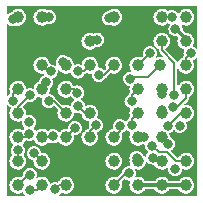
<source format=gbl>
G04 #@! TF.GenerationSoftware,KiCad,Pcbnew,6.0.10-86aedd382b~118~ubuntu22.04.1*
G04 #@! TF.CreationDate,2023-02-01T12:07:48+01:00*
G04 #@! TF.ProjectId,rpcube,72706375-6265-42e6-9b69-6361645f7063,rev?*
G04 #@! TF.SameCoordinates,Original*
G04 #@! TF.FileFunction,Copper,L4,Bot*
G04 #@! TF.FilePolarity,Positive*
%FSLAX46Y46*%
G04 Gerber Fmt 4.6, Leading zero omitted, Abs format (unit mm)*
G04 Created by KiCad (PCBNEW 6.0.10-86aedd382b~118~ubuntu22.04.1) date 2023-02-01 12:07:48*
%MOMM*%
%LPD*%
G01*
G04 APERTURE LIST*
G04 #@! TA.AperFunction,SMDPad,CuDef*
%ADD10C,1.000000*%
G04 #@! TD*
G04 #@! TA.AperFunction,ViaPad*
%ADD11C,0.800000*%
G04 #@! TD*
G04 #@! TA.AperFunction,Conductor*
%ADD12C,0.127000*%
G04 #@! TD*
G04 #@! TA.AperFunction,Conductor*
%ADD13C,0.300000*%
G04 #@! TD*
G04 APERTURE END LIST*
D10*
X77216000Y-60452000D03*
X81280000Y-70612000D03*
X85344000Y-66548000D03*
X89408000Y-60452000D03*
X79248000Y-74676000D03*
X91440000Y-62484000D03*
X77216000Y-66548000D03*
X77216000Y-72644000D03*
X91440000Y-70612000D03*
X87376000Y-66548000D03*
X91440000Y-64516000D03*
X87376000Y-60452000D03*
X83312000Y-68580000D03*
X79248000Y-66548000D03*
X77216000Y-62484000D03*
X77216000Y-74676000D03*
X87376000Y-70612000D03*
X81280000Y-60452000D03*
X77216000Y-70612000D03*
X79248000Y-62484000D03*
X83312000Y-64516000D03*
X83312000Y-62484000D03*
X79248000Y-60452000D03*
X87376000Y-62484000D03*
X87376000Y-64516000D03*
X89408000Y-74676000D03*
X89281000Y-64516000D03*
X87376000Y-72644000D03*
X91440000Y-68580000D03*
X83312000Y-72644000D03*
X83312000Y-74676000D03*
X79248000Y-64516000D03*
X89408000Y-72644000D03*
X81280000Y-68580000D03*
X83312000Y-70612000D03*
X79248000Y-72644000D03*
X85344000Y-68580000D03*
X77216000Y-68580000D03*
X81280000Y-64516000D03*
X83312000Y-66548000D03*
X91440000Y-66548000D03*
X85344000Y-72644000D03*
X77216000Y-64516000D03*
X87376000Y-68580000D03*
X81280000Y-72644000D03*
X81280000Y-62484000D03*
X87376000Y-74676000D03*
X85344000Y-62484000D03*
X83312000Y-60452000D03*
X85344000Y-60452000D03*
X85344000Y-74676000D03*
X91440000Y-72644000D03*
X89408000Y-68580000D03*
X85344000Y-64516000D03*
X79248000Y-70612000D03*
X79248000Y-68580000D03*
X89408000Y-62484000D03*
X81280000Y-66548000D03*
X85344000Y-70612000D03*
X89408000Y-66548000D03*
X91440000Y-74676000D03*
X89408000Y-70612000D03*
X81280000Y-74676000D03*
X91440000Y-60452000D03*
D11*
X80772000Y-73152000D03*
X84455000Y-67437000D03*
X91856500Y-70866000D03*
X83312000Y-66548000D03*
X83298000Y-74741000D03*
X85344000Y-66548000D03*
X79515562Y-63154062D03*
X82804000Y-60706000D03*
X87520612Y-61903500D03*
X76708000Y-73660000D03*
X90424000Y-63119000D03*
X79151521Y-69219949D03*
X85344000Y-68580000D03*
X89408000Y-74676000D03*
X91450500Y-74676000D03*
X90542801Y-73298860D03*
X78156932Y-69318938D03*
X85405355Y-72580736D03*
X88393483Y-63502000D03*
X90935085Y-69629633D03*
X81026000Y-64262000D03*
X79883000Y-60452000D03*
X76808588Y-60627809D03*
X84963000Y-60543500D03*
X86607387Y-73673409D03*
X83947000Y-62357000D03*
X76845938Y-67504438D03*
X87270387Y-72372179D03*
X83820000Y-69596000D03*
X85857113Y-69679489D03*
X82296000Y-65036500D03*
X84074000Y-65313500D03*
X79996864Y-65040209D03*
X79607426Y-65960721D03*
X78232000Y-67056000D03*
X82247631Y-66823726D03*
X79850005Y-67543500D03*
X82296000Y-67945000D03*
X82055792Y-69832864D03*
X78188550Y-70317940D03*
X77216000Y-71711503D03*
X80173547Y-70536326D03*
X78570740Y-71966740D03*
X78232000Y-73787000D03*
X78233562Y-75092500D03*
X80373498Y-75028150D03*
X88650875Y-72328896D03*
X88577135Y-71332117D03*
X87884000Y-70612000D03*
X89953500Y-71161374D03*
X86855500Y-69596000D03*
X89935741Y-69647432D03*
X86855922Y-67563564D03*
X89424846Y-68274898D03*
X90400988Y-68060069D03*
X89470650Y-66911083D03*
X90458658Y-67062231D03*
X86736927Y-65653298D03*
X91845752Y-63511029D03*
X91440000Y-60452000D03*
X90274666Y-60457977D03*
X90568000Y-61468000D03*
D12*
X83312000Y-74676000D02*
X83312000Y-74727000D01*
X83312000Y-66548000D02*
X84201000Y-67437000D01*
X84201000Y-67437000D02*
X84455000Y-67437000D01*
X83312000Y-74727000D02*
X83298000Y-74741000D01*
D13*
X87376000Y-74676000D02*
X91440000Y-74676000D01*
D12*
X87376000Y-64516000D02*
X88390000Y-63502000D01*
X88390000Y-63502000D02*
X88393483Y-63502000D01*
X85344000Y-74676000D02*
X86346591Y-73673409D01*
X86346591Y-73673409D02*
X86607387Y-73673409D01*
X76845938Y-67504438D02*
X76845938Y-66918062D01*
X76845938Y-66918062D02*
X77216000Y-66548000D01*
X87270387Y-72538387D02*
X87376000Y-72644000D01*
X87270387Y-72372179D02*
X87270387Y-72538387D01*
X83312000Y-70104000D02*
X83312000Y-70612000D01*
X83820000Y-69596000D02*
X83312000Y-70104000D01*
X85857113Y-70098887D02*
X85344000Y-70612000D01*
X85857113Y-69679489D02*
X85857113Y-70098887D01*
X82296000Y-65036500D02*
X82791500Y-65036500D01*
X82791500Y-65036500D02*
X83312000Y-64516000D01*
X84074000Y-65313500D02*
X84546500Y-65313500D01*
X84546500Y-65313500D02*
X85344000Y-64516000D01*
X79996864Y-65040209D02*
X79772209Y-65040209D01*
X79772209Y-65040209D02*
X79248000Y-64516000D01*
X79607426Y-66188574D02*
X79248000Y-66548000D01*
X79607426Y-65960721D02*
X79607426Y-66188574D01*
X78232000Y-67056000D02*
X77216000Y-68072000D01*
X77216000Y-68072000D02*
X77216000Y-68580000D01*
X82247631Y-66823726D02*
X81971905Y-66548000D01*
X81971905Y-66548000D02*
X81280000Y-66548000D01*
X79850005Y-67543500D02*
X80243500Y-67543500D01*
X80243500Y-67543500D02*
X81280000Y-68580000D01*
X82931000Y-68580000D02*
X83312000Y-68580000D01*
X82296000Y-67945000D02*
X82931000Y-68580000D01*
X82055792Y-69836208D02*
X81280000Y-70612000D01*
X82055792Y-69832864D02*
X82055792Y-69836208D01*
X77894490Y-70612000D02*
X77216000Y-70612000D01*
X78188550Y-70317940D02*
X77894490Y-70612000D01*
X77216000Y-71711503D02*
X77216000Y-72644000D01*
X80097873Y-70612000D02*
X79248000Y-70612000D01*
X80173547Y-70536326D02*
X80097873Y-70612000D01*
X78570740Y-71966740D02*
X79248000Y-72644000D01*
X78232000Y-73787000D02*
X78105000Y-73787000D01*
X78105000Y-73787000D02*
X77216000Y-74676000D01*
X78233562Y-75092500D02*
X78831500Y-75092500D01*
X78831500Y-75092500D02*
X79248000Y-74676000D01*
X80373498Y-75028150D02*
X80725648Y-74676000D01*
X80725648Y-74676000D02*
X81661000Y-74676000D01*
X89092896Y-72328896D02*
X89408000Y-72644000D01*
X88650875Y-72328896D02*
X89092896Y-72328896D01*
X88577135Y-71332117D02*
X88592427Y-71332117D01*
X88592427Y-71332117D02*
X89140810Y-71880500D01*
X90646376Y-72644000D02*
X91440000Y-72644000D01*
X89882876Y-71880500D02*
X90646376Y-72644000D01*
X89140810Y-71880500D02*
X89882876Y-71880500D01*
X87884000Y-70612000D02*
X87376000Y-70612000D01*
X89953500Y-71157500D02*
X89408000Y-70612000D01*
X89953500Y-71161374D02*
X89953500Y-71157500D01*
X86855500Y-69596000D02*
X86855500Y-69100500D01*
X86855500Y-69100500D02*
X87376000Y-68580000D01*
X89935741Y-69647432D02*
X91003173Y-68580000D01*
X91003173Y-68580000D02*
X91440000Y-68580000D01*
X86855922Y-67068078D02*
X87376000Y-66548000D01*
X86855922Y-67563564D02*
X86855922Y-67068078D01*
X89424846Y-68274898D02*
X89408000Y-68291744D01*
X89408000Y-68291744D02*
X89408000Y-68580000D01*
X90400988Y-68060069D02*
X90689931Y-68060069D01*
X90689931Y-68060069D02*
X91440000Y-67310000D01*
X91440000Y-67310000D02*
X91440000Y-66548000D01*
X90458658Y-64296658D02*
X89408000Y-63246000D01*
X89408000Y-63246000D02*
X89408000Y-62484000D01*
X90458658Y-67062231D02*
X90458658Y-64296658D01*
X86858225Y-65532000D02*
X88265000Y-65532000D01*
X86736927Y-65653298D02*
X86858225Y-65532000D01*
X88265000Y-65532000D02*
X89281000Y-64516000D01*
X91440000Y-63916781D02*
X91845752Y-63511029D01*
X91440000Y-64516000D02*
X91440000Y-63916781D01*
X89413977Y-60457977D02*
X89408000Y-60452000D01*
X90274666Y-60457977D02*
X89413977Y-60457977D01*
D13*
X90591046Y-61468000D02*
X91440000Y-62316954D01*
X90568000Y-61468000D02*
X90591046Y-61468000D01*
G04 #@! TA.AperFunction,Conductor*
G36*
X92364194Y-59527806D02*
G01*
X92382500Y-59572000D01*
X92382500Y-63041080D01*
X92364194Y-63085274D01*
X92320000Y-63103580D01*
X92276051Y-63085375D01*
X92274034Y-63082747D01*
X92148593Y-62986493D01*
X92123012Y-62975897D01*
X92061900Y-62950583D01*
X92028075Y-62916758D01*
X92028076Y-62868923D01*
X92035063Y-62856370D01*
X92056161Y-62827009D01*
X92056162Y-62827007D01*
X92058361Y-62823947D01*
X92121601Y-62666634D01*
X92145490Y-62498778D01*
X92145645Y-62484000D01*
X92125276Y-62315680D01*
X92065345Y-62157077D01*
X91969312Y-62017349D01*
X91842721Y-61904560D01*
X91706555Y-61832464D01*
X91696209Y-61826986D01*
X91696208Y-61826986D01*
X91692881Y-61825224D01*
X91528441Y-61783919D01*
X91524676Y-61783899D01*
X91524674Y-61783899D01*
X91488760Y-61783711D01*
X91427681Y-61783392D01*
X91383815Y-61765087D01*
X91185360Y-61566632D01*
X91167054Y-61522438D01*
X91167589Y-61514280D01*
X91173147Y-61472064D01*
X91173682Y-61468000D01*
X91153044Y-61311238D01*
X91103299Y-61191143D01*
X91103298Y-61143308D01*
X91137123Y-61109484D01*
X91179958Y-61109147D01*
X91180235Y-61108092D01*
X91339423Y-61149854D01*
X91344233Y-61151116D01*
X91434762Y-61152538D01*
X91509991Y-61153720D01*
X91509993Y-61153720D01*
X91513760Y-61153779D01*
X91679029Y-61115928D01*
X91682393Y-61114236D01*
X91682396Y-61114235D01*
X91771136Y-61069603D01*
X91830498Y-61039747D01*
X91833363Y-61037300D01*
X91833366Y-61037298D01*
X91956561Y-60932079D01*
X91956564Y-60932076D01*
X91959423Y-60929634D01*
X91961618Y-60926579D01*
X91961621Y-60926576D01*
X92056161Y-60795009D01*
X92056162Y-60795007D01*
X92058361Y-60791947D01*
X92121601Y-60634634D01*
X92145490Y-60466778D01*
X92145568Y-60459315D01*
X92145624Y-60454038D01*
X92145624Y-60454032D01*
X92145645Y-60452000D01*
X92125276Y-60283680D01*
X92065345Y-60125077D01*
X92002021Y-60032940D01*
X91971444Y-59988451D01*
X91969312Y-59985349D01*
X91842721Y-59872560D01*
X91692881Y-59793224D01*
X91528441Y-59751919D01*
X91524676Y-59751899D01*
X91524674Y-59751899D01*
X91441244Y-59751462D01*
X91358895Y-59751031D01*
X91351373Y-59752837D01*
X91197696Y-59789732D01*
X91197693Y-59789733D01*
X91194032Y-59790612D01*
X91190689Y-59792338D01*
X91190685Y-59792339D01*
X91116376Y-59830693D01*
X91043369Y-59868375D01*
X91018479Y-59890088D01*
X90918445Y-59977353D01*
X90915604Y-59979831D01*
X90913438Y-59982913D01*
X90913437Y-59982914D01*
X90844574Y-60080896D01*
X90804185Y-60106527D01*
X90757502Y-60096092D01*
X90743855Y-60083006D01*
X90705438Y-60032940D01*
X90702948Y-60029695D01*
X90577507Y-59933441D01*
X90472844Y-59890088D01*
X90435214Y-59874501D01*
X90435213Y-59874501D01*
X90431428Y-59872933D01*
X90427366Y-59872398D01*
X90427365Y-59872398D01*
X90278730Y-59852830D01*
X90274666Y-59852295D01*
X90270602Y-59852830D01*
X90121967Y-59872398D01*
X90121966Y-59872398D01*
X90117904Y-59872933D01*
X90114119Y-59874501D01*
X90114118Y-59874501D01*
X89975610Y-59931873D01*
X89971825Y-59933441D01*
X89963000Y-59940213D01*
X89916797Y-59952594D01*
X89883376Y-59937293D01*
X89830394Y-59890088D01*
X89810721Y-59872560D01*
X89660881Y-59793224D01*
X89496441Y-59751919D01*
X89492676Y-59751899D01*
X89492674Y-59751899D01*
X89409244Y-59751462D01*
X89326895Y-59751031D01*
X89319373Y-59752837D01*
X89165696Y-59789732D01*
X89165693Y-59789733D01*
X89162032Y-59790612D01*
X89158689Y-59792338D01*
X89158685Y-59792339D01*
X89084376Y-59830693D01*
X89011369Y-59868375D01*
X88986479Y-59890088D01*
X88886445Y-59977353D01*
X88883604Y-59979831D01*
X88786113Y-60118547D01*
X88784744Y-60122058D01*
X88784743Y-60122060D01*
X88725892Y-60273003D01*
X88725891Y-60273007D01*
X88724524Y-60276513D01*
X88724032Y-60280250D01*
X88702886Y-60440870D01*
X88702886Y-60440874D01*
X88702394Y-60444611D01*
X88720999Y-60613135D01*
X88722293Y-60616671D01*
X88722294Y-60616675D01*
X88730144Y-60638126D01*
X88779266Y-60772356D01*
X88792431Y-60791947D01*
X88853586Y-60882956D01*
X88873830Y-60913083D01*
X88999233Y-61027191D01*
X89148235Y-61108092D01*
X89151877Y-61109048D01*
X89151881Y-61109049D01*
X89308585Y-61150159D01*
X89312233Y-61151116D01*
X89402762Y-61152538D01*
X89477991Y-61153720D01*
X89477993Y-61153720D01*
X89481760Y-61153779D01*
X89647029Y-61115928D01*
X89650393Y-61114236D01*
X89650396Y-61114235D01*
X89739136Y-61069603D01*
X89798498Y-61039747D01*
X89801363Y-61037300D01*
X89801366Y-61037298D01*
X89877337Y-60972412D01*
X89922832Y-60957630D01*
X89955975Y-60970352D01*
X89968574Y-60980020D01*
X89968582Y-60980025D01*
X89971825Y-60982513D01*
X89975608Y-60984080D01*
X90057282Y-61017911D01*
X90091107Y-61051736D01*
X90091106Y-61099571D01*
X90082949Y-61113701D01*
X90043464Y-61165159D01*
X90041897Y-61168942D01*
X90015382Y-61232956D01*
X89982956Y-61311238D01*
X89962318Y-61468000D01*
X89982956Y-61624762D01*
X90043464Y-61770841D01*
X90139718Y-61896282D01*
X90265159Y-61992536D01*
X90268942Y-61994103D01*
X90407452Y-62051476D01*
X90407453Y-62051476D01*
X90411238Y-62053044D01*
X90415300Y-62053579D01*
X90415301Y-62053579D01*
X90563936Y-62073147D01*
X90568000Y-62073682D01*
X90655010Y-62062227D01*
X90701216Y-62074607D01*
X90707362Y-62079998D01*
X90777970Y-62150606D01*
X90796276Y-62194800D01*
X90792007Y-62217503D01*
X90757892Y-62305004D01*
X90756524Y-62308513D01*
X90756033Y-62312244D01*
X90756032Y-62312247D01*
X90734886Y-62472870D01*
X90734886Y-62472874D01*
X90734394Y-62476611D01*
X90752999Y-62645135D01*
X90754293Y-62648671D01*
X90754294Y-62648675D01*
X90762144Y-62670126D01*
X90811266Y-62804356D01*
X90824431Y-62823947D01*
X90892997Y-62925985D01*
X90905830Y-62945083D01*
X91031233Y-63059191D01*
X91180235Y-63140092D01*
X91183880Y-63141048D01*
X91183882Y-63141049D01*
X91263540Y-63161947D01*
X91301642Y-63190868D01*
X91308134Y-63238261D01*
X91305424Y-63246314D01*
X91260708Y-63354267D01*
X91260173Y-63358329D01*
X91260173Y-63358330D01*
X91249904Y-63436333D01*
X91240070Y-63511029D01*
X91240605Y-63515093D01*
X91259198Y-63656318D01*
X91260708Y-63667791D01*
X91262219Y-63671439D01*
X91255985Y-63718815D01*
X91250614Y-63725815D01*
X91249667Y-63726448D01*
X91234938Y-63748491D01*
X91191317Y-63813773D01*
X91190116Y-63819811D01*
X91187829Y-63831309D01*
X91161255Y-63871084D01*
X91155198Y-63874656D01*
X91043369Y-63932375D01*
X91040531Y-63934850D01*
X91040532Y-63934850D01*
X90925080Y-64035565D01*
X90915604Y-64043831D01*
X90913438Y-64046913D01*
X90913437Y-64046914D01*
X90871683Y-64106325D01*
X90818113Y-64182547D01*
X90816743Y-64186060D01*
X90814963Y-64189380D01*
X90812809Y-64188225D01*
X90784902Y-64217317D01*
X90737077Y-64218313D01*
X90710045Y-64191843D01*
X90707341Y-64193650D01*
X90663721Y-64128368D01*
X90663715Y-64128360D01*
X90652411Y-64111443D01*
X90652410Y-64111442D01*
X90648991Y-64106325D01*
X90632068Y-64095017D01*
X90622598Y-64087245D01*
X89732313Y-63196961D01*
X89714007Y-63152767D01*
X89732313Y-63108573D01*
X89748425Y-63096931D01*
X89798498Y-63071747D01*
X89801363Y-63069300D01*
X89801366Y-63069298D01*
X89924561Y-62964079D01*
X89924564Y-62964076D01*
X89927423Y-62961634D01*
X89929618Y-62958579D01*
X89929621Y-62958576D01*
X90024161Y-62827009D01*
X90024162Y-62827007D01*
X90026361Y-62823947D01*
X90089601Y-62666634D01*
X90113490Y-62498778D01*
X90113645Y-62484000D01*
X90093276Y-62315680D01*
X90033345Y-62157077D01*
X89937312Y-62017349D01*
X89810721Y-61904560D01*
X89674555Y-61832464D01*
X89664209Y-61826986D01*
X89664208Y-61826986D01*
X89660881Y-61825224D01*
X89496441Y-61783919D01*
X89492676Y-61783899D01*
X89492674Y-61783899D01*
X89409244Y-61783462D01*
X89326895Y-61783031D01*
X89319373Y-61784837D01*
X89165696Y-61821732D01*
X89165693Y-61821733D01*
X89162032Y-61822612D01*
X89158689Y-61824338D01*
X89158685Y-61824339D01*
X89103123Y-61853017D01*
X89011369Y-61900375D01*
X88883604Y-62011831D01*
X88881438Y-62014913D01*
X88881437Y-62014914D01*
X88821013Y-62100889D01*
X88786113Y-62150547D01*
X88784744Y-62154058D01*
X88784743Y-62154060D01*
X88725892Y-62305003D01*
X88725892Y-62305004D01*
X88724524Y-62308513D01*
X88724032Y-62312250D01*
X88702886Y-62472870D01*
X88702886Y-62472874D01*
X88702394Y-62476611D01*
X88720999Y-62645135D01*
X88722293Y-62648671D01*
X88722294Y-62648675D01*
X88730144Y-62670126D01*
X88779266Y-62804356D01*
X88792431Y-62823947D01*
X88860997Y-62925985D01*
X88873830Y-62945083D01*
X88999233Y-63059191D01*
X89111322Y-63120051D01*
X89141426Y-63157225D01*
X89144000Y-63174976D01*
X89144000Y-63213843D01*
X89142799Y-63226036D01*
X89138828Y-63246000D01*
X89144000Y-63272002D01*
X89159317Y-63349008D01*
X89217667Y-63436333D01*
X89222784Y-63439752D01*
X89222785Y-63439753D01*
X89234593Y-63447643D01*
X89244063Y-63455415D01*
X89523537Y-63734889D01*
X89541843Y-63779083D01*
X89523537Y-63823277D01*
X89479343Y-63841583D01*
X89464117Y-63839700D01*
X89428333Y-63830712D01*
X89369441Y-63815919D01*
X89365676Y-63815899D01*
X89365674Y-63815899D01*
X89282244Y-63815462D01*
X89199895Y-63815031D01*
X89165549Y-63823277D01*
X89038696Y-63853732D01*
X89038693Y-63853733D01*
X89035032Y-63854612D01*
X89031682Y-63856341D01*
X89011744Y-63866631D01*
X88964076Y-63870633D01*
X88927540Y-63839757D01*
X88923538Y-63792089D01*
X88925337Y-63787174D01*
X88976959Y-63662548D01*
X88976959Y-63662547D01*
X88978527Y-63658762D01*
X88999165Y-63502000D01*
X88978527Y-63345238D01*
X88918019Y-63199159D01*
X88821765Y-63073718D01*
X88696324Y-62977464D01*
X88658107Y-62961634D01*
X88554031Y-62918524D01*
X88554030Y-62918524D01*
X88550245Y-62916956D01*
X88546183Y-62916421D01*
X88546182Y-62916421D01*
X88397547Y-62896853D01*
X88393483Y-62896318D01*
X88389419Y-62896853D01*
X88240784Y-62916421D01*
X88240783Y-62916421D01*
X88236721Y-62916956D01*
X88232936Y-62918524D01*
X88232935Y-62918524D01*
X88128859Y-62961634D01*
X88090642Y-62977464D01*
X87965201Y-63073718D01*
X87868947Y-63199159D01*
X87808439Y-63345238D01*
X87787801Y-63502000D01*
X87808439Y-63658762D01*
X87810007Y-63662548D01*
X87810409Y-63664047D01*
X87804164Y-63711473D01*
X87794235Y-63724412D01*
X87734260Y-63784388D01*
X87679946Y-63838702D01*
X87635752Y-63857008D01*
X87620526Y-63855125D01*
X87525710Y-63831309D01*
X87464441Y-63815919D01*
X87460676Y-63815899D01*
X87460674Y-63815899D01*
X87377244Y-63815462D01*
X87294895Y-63815031D01*
X87260549Y-63823277D01*
X87133696Y-63853732D01*
X87133693Y-63853733D01*
X87130032Y-63854612D01*
X87126689Y-63856338D01*
X87126685Y-63856339D01*
X87052376Y-63894693D01*
X86979369Y-63932375D01*
X86976531Y-63934850D01*
X86976532Y-63934850D01*
X86861080Y-64035565D01*
X86851604Y-64043831D01*
X86849438Y-64046913D01*
X86849437Y-64046914D01*
X86807683Y-64106325D01*
X86754113Y-64182547D01*
X86752744Y-64186058D01*
X86752743Y-64186060D01*
X86693892Y-64337003D01*
X86693891Y-64337007D01*
X86692524Y-64340513D01*
X86692032Y-64344250D01*
X86670886Y-64504870D01*
X86670886Y-64504874D01*
X86670394Y-64508611D01*
X86688999Y-64677135D01*
X86690293Y-64680671D01*
X86690294Y-64680675D01*
X86700227Y-64707818D01*
X86747266Y-64836356D01*
X86760431Y-64855947D01*
X86826803Y-64954721D01*
X86836258Y-65001613D01*
X86809786Y-65041456D01*
X86766770Y-65051545D01*
X86736927Y-65047616D01*
X86732863Y-65048151D01*
X86584228Y-65067719D01*
X86584227Y-65067719D01*
X86580165Y-65068254D01*
X86576380Y-65069822D01*
X86576379Y-65069822D01*
X86500390Y-65101298D01*
X86434086Y-65128762D01*
X86308645Y-65225016D01*
X86212391Y-65350457D01*
X86210824Y-65354240D01*
X86163500Y-65468491D01*
X86151883Y-65496536D01*
X86151348Y-65500598D01*
X86151348Y-65500599D01*
X86136110Y-65616341D01*
X86131245Y-65653298D01*
X86131780Y-65657362D01*
X86148174Y-65781884D01*
X86151883Y-65810060D01*
X86153451Y-65813845D01*
X86153451Y-65813846D01*
X86185404Y-65890986D01*
X86212391Y-65956139D01*
X86308645Y-66081580D01*
X86434086Y-66177834D01*
X86437869Y-66179401D01*
X86576379Y-66236774D01*
X86576380Y-66236774D01*
X86580165Y-66238342D01*
X86584227Y-66238877D01*
X86584228Y-66238877D01*
X86657768Y-66248559D01*
X86699195Y-66272477D01*
X86711575Y-66318682D01*
X86707840Y-66333228D01*
X86693893Y-66368999D01*
X86693891Y-66369007D01*
X86692524Y-66372513D01*
X86692033Y-66376244D01*
X86692032Y-66376247D01*
X86670886Y-66536870D01*
X86670886Y-66536874D01*
X86670394Y-66540611D01*
X86688999Y-66709135D01*
X86690293Y-66712671D01*
X86690294Y-66712675D01*
X86716149Y-66783325D01*
X86714146Y-66831119D01*
X86701650Y-66848998D01*
X86691985Y-66858663D01*
X86682515Y-66866435D01*
X86674958Y-66871485D01*
X86665589Y-66877745D01*
X86650860Y-66899788D01*
X86607239Y-66965070D01*
X86606039Y-66971104D01*
X86606038Y-66971106D01*
X86602587Y-66988457D01*
X86576011Y-67028230D01*
X86565208Y-67034004D01*
X86556866Y-67037460D01*
X86553081Y-67039028D01*
X86427640Y-67135282D01*
X86331386Y-67260723D01*
X86329819Y-67264506D01*
X86289400Y-67362087D01*
X86270878Y-67406802D01*
X86270343Y-67410864D01*
X86270343Y-67410865D01*
X86259238Y-67495215D01*
X86250240Y-67563564D01*
X86250775Y-67567628D01*
X86268237Y-67700262D01*
X86270878Y-67720326D01*
X86272446Y-67724111D01*
X86272446Y-67724112D01*
X86321508Y-67842558D01*
X86331386Y-67866405D01*
X86427640Y-67991846D01*
X86553081Y-68088100D01*
X86556864Y-68089667D01*
X86695374Y-68147040D01*
X86695375Y-68147040D01*
X86699160Y-68148608D01*
X86703220Y-68149143D01*
X86703222Y-68149143D01*
X86710364Y-68150083D01*
X86751790Y-68174000D01*
X86764171Y-68220206D01*
X86757289Y-68241579D01*
X86756274Y-68243473D01*
X86754113Y-68246547D01*
X86752748Y-68250049D01*
X86752746Y-68250052D01*
X86693892Y-68401003D01*
X86693891Y-68401006D01*
X86692524Y-68404513D01*
X86692032Y-68408250D01*
X86670886Y-68568870D01*
X86670886Y-68568874D01*
X86670394Y-68572611D01*
X86688999Y-68741135D01*
X86690293Y-68744671D01*
X86690294Y-68744675D01*
X86716149Y-68815325D01*
X86714146Y-68863119D01*
X86701650Y-68880998D01*
X86691563Y-68891085D01*
X86682093Y-68898857D01*
X86665167Y-68910167D01*
X86650438Y-68932210D01*
X86606817Y-68997492D01*
X86605617Y-69003526D01*
X86605616Y-69003528D01*
X86602162Y-69020894D01*
X86575586Y-69060667D01*
X86564782Y-69066442D01*
X86556439Y-69069898D01*
X86556437Y-69069899D01*
X86552659Y-69071464D01*
X86427218Y-69167718D01*
X86424728Y-69170963D01*
X86424725Y-69170966D01*
X86372386Y-69239176D01*
X86330959Y-69263094D01*
X86284754Y-69250714D01*
X86163204Y-69157446D01*
X86163200Y-69157444D01*
X86159954Y-69154953D01*
X86154406Y-69152655D01*
X86017661Y-69096013D01*
X86017660Y-69096013D01*
X86013875Y-69094445D01*
X86009813Y-69093910D01*
X86009812Y-69093910D01*
X85861177Y-69074342D01*
X85857113Y-69073807D01*
X85853049Y-69074342D01*
X85704414Y-69093910D01*
X85704413Y-69093910D01*
X85700351Y-69094445D01*
X85696566Y-69096013D01*
X85696565Y-69096013D01*
X85559820Y-69152655D01*
X85554272Y-69154953D01*
X85428831Y-69251207D01*
X85332577Y-69376648D01*
X85331010Y-69380431D01*
X85283665Y-69494733D01*
X85272069Y-69522727D01*
X85271534Y-69526789D01*
X85271534Y-69526790D01*
X85262422Y-69596000D01*
X85251431Y-69679489D01*
X85251966Y-69683553D01*
X85270708Y-69825910D01*
X85272069Y-69836251D01*
X85273636Y-69840035D01*
X85274256Y-69842348D01*
X85268010Y-69889774D01*
X85228476Y-69919295D01*
X85098032Y-69950612D01*
X85094689Y-69952338D01*
X85094685Y-69952339D01*
X85030316Y-69985563D01*
X84947369Y-70028375D01*
X84917231Y-70054666D01*
X84824334Y-70135705D01*
X84819604Y-70139831D01*
X84817438Y-70142913D01*
X84817437Y-70142914D01*
X84795916Y-70173535D01*
X84722113Y-70278547D01*
X84720745Y-70282056D01*
X84720743Y-70282060D01*
X84661892Y-70433003D01*
X84661891Y-70433007D01*
X84660524Y-70436513D01*
X84660032Y-70440250D01*
X84638886Y-70600870D01*
X84638886Y-70600874D01*
X84638394Y-70604611D01*
X84656999Y-70773135D01*
X84658293Y-70776671D01*
X84658294Y-70776675D01*
X84694642Y-70876000D01*
X84715266Y-70932356D01*
X84739973Y-70969124D01*
X84802673Y-71062432D01*
X84809830Y-71073083D01*
X84935233Y-71187191D01*
X85084235Y-71268092D01*
X85087877Y-71269048D01*
X85087881Y-71269049D01*
X85235814Y-71307858D01*
X85248233Y-71311116D01*
X85338762Y-71312538D01*
X85413991Y-71313720D01*
X85413993Y-71313720D01*
X85417760Y-71313779D01*
X85583029Y-71275928D01*
X85586393Y-71274236D01*
X85586396Y-71274235D01*
X85658264Y-71238089D01*
X85734498Y-71199747D01*
X85737363Y-71197300D01*
X85737366Y-71197298D01*
X85860561Y-71092079D01*
X85860564Y-71092076D01*
X85863423Y-71089634D01*
X85865619Y-71086578D01*
X85865621Y-71086576D01*
X85960161Y-70955009D01*
X85960162Y-70955007D01*
X85962361Y-70951947D01*
X86025601Y-70794634D01*
X86049490Y-70626778D01*
X86049568Y-70619315D01*
X86049624Y-70614038D01*
X86049624Y-70614032D01*
X86049645Y-70612000D01*
X86029276Y-70443680D01*
X86027943Y-70440151D01*
X86004159Y-70377208D01*
X86005662Y-70329396D01*
X86018430Y-70310922D01*
X86021050Y-70308302D01*
X86030520Y-70300530D01*
X86042329Y-70292639D01*
X86047446Y-70289220D01*
X86050863Y-70284106D01*
X86050867Y-70284102D01*
X86072570Y-70251622D01*
X86100618Y-70228604D01*
X86156165Y-70205596D01*
X86156175Y-70205591D01*
X86159954Y-70204025D01*
X86216890Y-70160337D01*
X86282150Y-70110261D01*
X86285395Y-70107771D01*
X86287885Y-70104526D01*
X86287888Y-70104523D01*
X86340227Y-70036313D01*
X86381654Y-70012395D01*
X86427859Y-70024775D01*
X86549409Y-70118043D01*
X86549413Y-70118045D01*
X86552659Y-70120536D01*
X86556442Y-70122103D01*
X86694952Y-70179476D01*
X86694953Y-70179476D01*
X86698738Y-70181044D01*
X86710119Y-70182542D01*
X86751544Y-70206458D01*
X86763927Y-70252663D01*
X86757042Y-70274042D01*
X86756279Y-70275465D01*
X86754113Y-70278547D01*
X86752745Y-70282056D01*
X86693892Y-70433003D01*
X86693891Y-70433007D01*
X86692524Y-70436513D01*
X86692032Y-70440250D01*
X86670886Y-70600870D01*
X86670886Y-70600874D01*
X86670394Y-70604611D01*
X86688999Y-70773135D01*
X86690293Y-70776671D01*
X86690294Y-70776675D01*
X86726642Y-70876000D01*
X86747266Y-70932356D01*
X86771973Y-70969124D01*
X86834673Y-71062432D01*
X86841830Y-71073083D01*
X86967233Y-71187191D01*
X87116235Y-71268092D01*
X87119877Y-71269048D01*
X87119881Y-71269049D01*
X87267814Y-71307858D01*
X87280233Y-71311116D01*
X87370762Y-71312538D01*
X87445991Y-71313720D01*
X87445993Y-71313720D01*
X87449760Y-71313779D01*
X87615029Y-71275928D01*
X87618393Y-71274236D01*
X87618396Y-71274235D01*
X87745437Y-71210340D01*
X87781677Y-71204211D01*
X87879936Y-71217147D01*
X87884000Y-71217682D01*
X87888064Y-71217147D01*
X87888065Y-71217147D01*
X87907573Y-71214579D01*
X87953778Y-71226960D01*
X87977695Y-71268387D01*
X87977695Y-71284701D01*
X87972795Y-71321922D01*
X87971453Y-71332117D01*
X87992091Y-71488879D01*
X87993659Y-71492664D01*
X87993659Y-71492665D01*
X88011596Y-71535968D01*
X88052599Y-71634958D01*
X88148853Y-71760399D01*
X88152098Y-71762889D01*
X88152102Y-71762893D01*
X88213801Y-71810237D01*
X88237718Y-71851664D01*
X88225337Y-71897869D01*
X88223623Y-71899824D01*
X88222593Y-71900614D01*
X88126339Y-72026055D01*
X88124772Y-72029838D01*
X88108411Y-72069338D01*
X88065831Y-72172134D01*
X88065296Y-72176196D01*
X88065296Y-72176197D01*
X88060702Y-72211094D01*
X88036785Y-72252521D01*
X87990580Y-72264902D01*
X87947229Y-72238338D01*
X87907444Y-72180451D01*
X87905312Y-72177349D01*
X87811950Y-72094166D01*
X87799230Y-72076267D01*
X87798537Y-72076667D01*
X87796490Y-72073121D01*
X87794923Y-72069338D01*
X87698669Y-71943897D01*
X87573228Y-71847643D01*
X87482297Y-71809978D01*
X87430935Y-71788703D01*
X87430934Y-71788703D01*
X87427149Y-71787135D01*
X87423087Y-71786600D01*
X87423086Y-71786600D01*
X87274451Y-71767032D01*
X87270387Y-71766497D01*
X87266323Y-71767032D01*
X87117688Y-71786600D01*
X87117687Y-71786600D01*
X87113625Y-71787135D01*
X87109840Y-71788703D01*
X87109839Y-71788703D01*
X87058477Y-71809978D01*
X86967546Y-71847643D01*
X86842105Y-71943897D01*
X86745851Y-72069338D01*
X86744284Y-72073121D01*
X86687134Y-72211094D01*
X86685343Y-72215417D01*
X86664705Y-72372179D01*
X86665240Y-72376243D01*
X86683882Y-72517842D01*
X86683882Y-72534158D01*
X86670886Y-72632870D01*
X86670886Y-72632873D01*
X86670394Y-72636611D01*
X86688999Y-72805135D01*
X86690293Y-72808671D01*
X86690294Y-72808675D01*
X86712948Y-72870578D01*
X86747266Y-72964356D01*
X86749367Y-72967482D01*
X86749369Y-72967486D01*
X86759841Y-72983070D01*
X86769296Y-73029962D01*
X86742824Y-73069805D01*
X86699807Y-73079894D01*
X86611451Y-73068262D01*
X86607387Y-73067727D01*
X86603323Y-73068262D01*
X86454688Y-73087830D01*
X86454687Y-73087830D01*
X86450625Y-73088365D01*
X86446840Y-73089933D01*
X86446839Y-73089933D01*
X86320902Y-73142098D01*
X86304546Y-73148873D01*
X86179105Y-73245127D01*
X86082851Y-73370568D01*
X86081284Y-73374351D01*
X86037145Y-73480913D01*
X86022343Y-73516647D01*
X86021808Y-73520709D01*
X86021808Y-73520710D01*
X86008790Y-73619592D01*
X85991019Y-73655628D01*
X85812698Y-73833950D01*
X85647946Y-73998702D01*
X85603752Y-74017008D01*
X85588526Y-74015125D01*
X85518481Y-73997531D01*
X85432441Y-73975919D01*
X85428676Y-73975899D01*
X85428674Y-73975899D01*
X85345244Y-73975462D01*
X85262895Y-73975031D01*
X85257818Y-73976250D01*
X85101696Y-74013732D01*
X85101693Y-74013733D01*
X85098032Y-74014612D01*
X85094689Y-74016338D01*
X85094685Y-74016339D01*
X85052424Y-74038152D01*
X84947369Y-74092375D01*
X84944531Y-74094850D01*
X84944532Y-74094850D01*
X84824552Y-74199515D01*
X84819604Y-74203831D01*
X84817438Y-74206913D01*
X84817437Y-74206914D01*
X84757013Y-74292889D01*
X84722113Y-74342547D01*
X84720744Y-74346058D01*
X84720743Y-74346060D01*
X84661892Y-74497003D01*
X84661891Y-74497007D01*
X84660524Y-74500513D01*
X84660032Y-74504250D01*
X84638886Y-74664870D01*
X84638886Y-74664874D01*
X84638394Y-74668611D01*
X84656999Y-74837135D01*
X84658293Y-74840671D01*
X84658294Y-74840675D01*
X84666144Y-74862126D01*
X84715266Y-74996356D01*
X84809830Y-75137083D01*
X84935233Y-75251191D01*
X85084235Y-75332092D01*
X85087877Y-75333048D01*
X85087881Y-75333049D01*
X85196987Y-75361672D01*
X85248233Y-75375116D01*
X85338762Y-75376538D01*
X85413991Y-75377720D01*
X85413993Y-75377720D01*
X85417760Y-75377779D01*
X85583029Y-75339928D01*
X85586393Y-75338236D01*
X85586396Y-75338235D01*
X85658264Y-75302089D01*
X85734498Y-75263747D01*
X85737363Y-75261300D01*
X85737366Y-75261298D01*
X85860561Y-75156079D01*
X85860564Y-75156076D01*
X85863423Y-75153634D01*
X85865618Y-75150579D01*
X85865621Y-75150576D01*
X85960161Y-75019009D01*
X85960162Y-75019007D01*
X85962361Y-75015947D01*
X86025601Y-74858634D01*
X86049490Y-74690778D01*
X86049645Y-74676000D01*
X86029276Y-74507680D01*
X86027740Y-74503614D01*
X86004159Y-74441208D01*
X86005662Y-74393396D01*
X86018430Y-74374922D01*
X86204036Y-74189317D01*
X86248230Y-74171011D01*
X86286277Y-74183927D01*
X86304546Y-74197945D01*
X86308332Y-74199513D01*
X86308335Y-74199515D01*
X86446839Y-74256885D01*
X86446840Y-74256885D01*
X86450625Y-74258453D01*
X86454687Y-74258988D01*
X86454688Y-74258988D01*
X86603323Y-74278556D01*
X86607387Y-74279091D01*
X86611451Y-74278556D01*
X86683353Y-74269090D01*
X86729559Y-74281470D01*
X86753476Y-74322897D01*
X86749742Y-74353758D01*
X86693892Y-74497003D01*
X86693891Y-74497007D01*
X86692524Y-74500513D01*
X86692032Y-74504250D01*
X86670886Y-74664870D01*
X86670886Y-74664874D01*
X86670394Y-74668611D01*
X86688999Y-74837135D01*
X86690293Y-74840671D01*
X86690294Y-74840675D01*
X86698144Y-74862126D01*
X86747266Y-74996356D01*
X86841830Y-75137083D01*
X86967233Y-75251191D01*
X87116235Y-75332092D01*
X87119877Y-75333048D01*
X87119881Y-75333049D01*
X87228987Y-75361672D01*
X87280233Y-75375116D01*
X87370762Y-75376538D01*
X87445991Y-75377720D01*
X87445993Y-75377720D01*
X87449760Y-75377779D01*
X87615029Y-75339928D01*
X87618393Y-75338236D01*
X87618396Y-75338235D01*
X87690264Y-75302089D01*
X87766498Y-75263747D01*
X87769363Y-75261300D01*
X87769366Y-75261298D01*
X87892561Y-75156079D01*
X87892564Y-75156076D01*
X87895423Y-75153634D01*
X87897618Y-75150579D01*
X87897621Y-75150576D01*
X87968074Y-75052529D01*
X88008729Y-75027322D01*
X88018829Y-75026500D01*
X88766220Y-75026500D01*
X88810414Y-75044806D01*
X88818095Y-75054140D01*
X88873830Y-75137083D01*
X88999233Y-75251191D01*
X89148235Y-75332092D01*
X89151877Y-75333048D01*
X89151881Y-75333049D01*
X89260987Y-75361672D01*
X89312233Y-75375116D01*
X89402762Y-75376538D01*
X89477991Y-75377720D01*
X89477993Y-75377720D01*
X89481760Y-75377779D01*
X89647029Y-75339928D01*
X89650393Y-75338236D01*
X89650396Y-75338235D01*
X89722264Y-75302089D01*
X89798498Y-75263747D01*
X89801363Y-75261300D01*
X89801366Y-75261298D01*
X89924561Y-75156079D01*
X89924564Y-75156076D01*
X89927423Y-75153634D01*
X89929618Y-75150579D01*
X89929621Y-75150576D01*
X90000074Y-75052529D01*
X90040729Y-75027322D01*
X90050829Y-75026500D01*
X90798220Y-75026500D01*
X90842414Y-75044806D01*
X90850095Y-75054140D01*
X90905830Y-75137083D01*
X91031233Y-75251191D01*
X91180235Y-75332092D01*
X91183877Y-75333048D01*
X91183881Y-75333049D01*
X91292987Y-75361672D01*
X91344233Y-75375116D01*
X91434762Y-75376538D01*
X91509991Y-75377720D01*
X91509993Y-75377720D01*
X91513760Y-75377779D01*
X91679029Y-75339928D01*
X91682393Y-75338236D01*
X91682396Y-75338235D01*
X91754264Y-75302089D01*
X91830498Y-75263747D01*
X91833363Y-75261300D01*
X91833366Y-75261298D01*
X91956561Y-75156079D01*
X91956564Y-75156076D01*
X91959423Y-75153634D01*
X91961618Y-75150579D01*
X91961621Y-75150576D01*
X92056161Y-75019009D01*
X92056162Y-75019007D01*
X92058361Y-75015947D01*
X92121601Y-74858634D01*
X92145490Y-74690778D01*
X92145645Y-74676000D01*
X92125276Y-74507680D01*
X92123289Y-74502419D01*
X92093077Y-74422468D01*
X92065345Y-74349077D01*
X91969312Y-74209349D01*
X91842721Y-74096560D01*
X91692881Y-74017224D01*
X91528441Y-73975919D01*
X91524676Y-73975899D01*
X91524674Y-73975899D01*
X91441244Y-73975462D01*
X91358895Y-73975031D01*
X91353818Y-73976250D01*
X91197696Y-74013732D01*
X91197693Y-74013733D01*
X91194032Y-74014612D01*
X91190689Y-74016338D01*
X91190685Y-74016339D01*
X91148424Y-74038152D01*
X91043369Y-74092375D01*
X91040531Y-74094850D01*
X91040532Y-74094850D01*
X90920552Y-74199515D01*
X90915604Y-74203831D01*
X90913438Y-74206913D01*
X90913437Y-74206914D01*
X90848762Y-74298938D01*
X90808374Y-74324569D01*
X90797628Y-74325500D01*
X90050024Y-74325500D01*
X90005830Y-74307194D01*
X89998516Y-74298400D01*
X89939447Y-74212455D01*
X89939446Y-74212454D01*
X89937312Y-74209349D01*
X89810721Y-74096560D01*
X89660881Y-74017224D01*
X89496441Y-73975919D01*
X89492676Y-73975899D01*
X89492674Y-73975899D01*
X89409244Y-73975462D01*
X89326895Y-73975031D01*
X89321818Y-73976250D01*
X89165696Y-74013732D01*
X89165693Y-74013733D01*
X89162032Y-74014612D01*
X89158689Y-74016338D01*
X89158685Y-74016339D01*
X89116424Y-74038152D01*
X89011369Y-74092375D01*
X89008531Y-74094850D01*
X89008532Y-74094850D01*
X88888552Y-74199515D01*
X88883604Y-74203831D01*
X88881438Y-74206913D01*
X88881437Y-74206914D01*
X88816762Y-74298938D01*
X88776374Y-74324569D01*
X88765628Y-74325500D01*
X88018024Y-74325500D01*
X87973830Y-74307194D01*
X87966516Y-74298400D01*
X87907447Y-74212455D01*
X87907446Y-74212454D01*
X87905312Y-74209349D01*
X87778721Y-74096560D01*
X87628881Y-74017224D01*
X87464441Y-73975919D01*
X87460676Y-73975899D01*
X87460674Y-73975899D01*
X87377244Y-73975462D01*
X87294895Y-73975031D01*
X87233762Y-73989708D01*
X87186515Y-73982225D01*
X87158398Y-73943526D01*
X87161428Y-73905019D01*
X87192431Y-73830171D01*
X87213069Y-73673409D01*
X87207920Y-73634301D01*
X87192966Y-73520710D01*
X87192966Y-73520709D01*
X87192431Y-73516647D01*
X87149266Y-73412438D01*
X87149265Y-73364604D01*
X87183090Y-73330779D01*
X87222867Y-73328067D01*
X87276582Y-73342159D01*
X87276589Y-73342160D01*
X87280233Y-73343116D01*
X87370762Y-73344538D01*
X87445991Y-73345720D01*
X87445993Y-73345720D01*
X87449760Y-73345779D01*
X87615029Y-73307928D01*
X87618393Y-73306236D01*
X87618396Y-73306235D01*
X87705424Y-73262464D01*
X87766498Y-73231747D01*
X87769363Y-73229300D01*
X87769366Y-73229298D01*
X87892561Y-73124079D01*
X87892564Y-73124076D01*
X87895423Y-73121634D01*
X87897618Y-73118579D01*
X87897621Y-73118576D01*
X87992161Y-72987009D01*
X87992162Y-72987007D01*
X87994361Y-72983947D01*
X88057601Y-72826634D01*
X88058132Y-72822905D01*
X88058133Y-72822900D01*
X88070805Y-72733864D01*
X88095155Y-72692690D01*
X88141487Y-72680794D01*
X88182266Y-72704623D01*
X88220100Y-72753930D01*
X88220103Y-72753933D01*
X88222593Y-72757178D01*
X88348034Y-72853432D01*
X88351817Y-72854999D01*
X88490327Y-72912372D01*
X88490328Y-72912372D01*
X88494113Y-72913940D01*
X88498175Y-72914475D01*
X88498176Y-72914475D01*
X88646811Y-72934043D01*
X88650875Y-72934578D01*
X88713660Y-72926312D01*
X88759864Y-72938692D01*
X88777505Y-72959903D01*
X88777971Y-72960818D01*
X88779266Y-72964356D01*
X88792431Y-72983947D01*
X88863650Y-73089933D01*
X88873830Y-73105083D01*
X88999233Y-73219191D01*
X89148235Y-73300092D01*
X89151877Y-73301048D01*
X89151881Y-73301049D01*
X89308585Y-73342159D01*
X89312233Y-73343116D01*
X89402762Y-73344538D01*
X89477991Y-73345720D01*
X89477993Y-73345720D01*
X89481760Y-73345779D01*
X89647029Y-73307928D01*
X89650393Y-73306236D01*
X89650396Y-73306235D01*
X89737424Y-73262464D01*
X89798498Y-73231747D01*
X89840828Y-73195594D01*
X89886321Y-73180812D01*
X89928943Y-73202528D01*
X89943383Y-73251276D01*
X89937654Y-73294795D01*
X89937119Y-73298860D01*
X89937654Y-73302924D01*
X89947058Y-73374351D01*
X89957757Y-73455622D01*
X90018265Y-73601701D01*
X90114519Y-73727142D01*
X90239960Y-73823396D01*
X90243743Y-73824963D01*
X90382253Y-73882336D01*
X90382254Y-73882336D01*
X90386039Y-73883904D01*
X90390101Y-73884439D01*
X90390102Y-73884439D01*
X90538737Y-73904007D01*
X90542801Y-73904542D01*
X90546865Y-73904007D01*
X90695500Y-73884439D01*
X90695501Y-73884439D01*
X90699563Y-73883904D01*
X90703348Y-73882336D01*
X90703349Y-73882336D01*
X90841859Y-73824963D01*
X90845642Y-73823396D01*
X90971083Y-73727142D01*
X91067337Y-73601701D01*
X91127845Y-73455622D01*
X91140133Y-73362284D01*
X91164050Y-73320857D01*
X91210256Y-73308477D01*
X91217952Y-73309987D01*
X91344233Y-73343116D01*
X91434762Y-73344538D01*
X91509991Y-73345720D01*
X91509993Y-73345720D01*
X91513760Y-73345779D01*
X91679029Y-73307928D01*
X91682393Y-73306236D01*
X91682396Y-73306235D01*
X91769424Y-73262464D01*
X91830498Y-73231747D01*
X91833363Y-73229300D01*
X91833366Y-73229298D01*
X91956561Y-73124079D01*
X91956564Y-73124076D01*
X91959423Y-73121634D01*
X91961618Y-73118579D01*
X91961621Y-73118576D01*
X92056161Y-72987009D01*
X92056162Y-72987007D01*
X92058361Y-72983947D01*
X92121601Y-72826634D01*
X92145490Y-72658778D01*
X92145645Y-72644000D01*
X92125276Y-72475680D01*
X92065345Y-72317077D01*
X91969312Y-72177349D01*
X91842721Y-72064560D01*
X91692881Y-71985224D01*
X91528441Y-71943919D01*
X91524676Y-71943899D01*
X91524674Y-71943899D01*
X91441244Y-71943462D01*
X91358895Y-71943031D01*
X91351373Y-71944837D01*
X91197696Y-71981732D01*
X91197693Y-71981733D01*
X91194032Y-71982612D01*
X91190689Y-71984338D01*
X91190685Y-71984339D01*
X91139882Y-72010561D01*
X91043369Y-72060375D01*
X91028758Y-72073121D01*
X90919597Y-72168348D01*
X90915604Y-72171831D01*
X90913438Y-72174913D01*
X90913437Y-72174914D01*
X90887632Y-72211631D01*
X90818113Y-72310547D01*
X90815892Y-72316244D01*
X90815166Y-72317001D01*
X90814963Y-72317380D01*
X90814857Y-72317323D01*
X90782785Y-72350772D01*
X90734960Y-72351776D01*
X90713466Y-72337738D01*
X90184807Y-71809079D01*
X90166501Y-71764885D01*
X90184807Y-71720691D01*
X90205083Y-71707143D01*
X90252552Y-71687481D01*
X90252562Y-71687476D01*
X90256341Y-71685910D01*
X90381782Y-71589656D01*
X90478036Y-71464215D01*
X90479603Y-71460432D01*
X90536976Y-71321922D01*
X90536976Y-71321921D01*
X90538544Y-71318136D01*
X90539461Y-71311175D01*
X90558647Y-71165438D01*
X90559182Y-71161374D01*
X90538544Y-71004612D01*
X90523845Y-70969124D01*
X90479603Y-70862316D01*
X90478036Y-70858533D01*
X90381782Y-70733092D01*
X90256341Y-70636838D01*
X90143020Y-70589899D01*
X90109196Y-70556075D01*
X90104891Y-70539665D01*
X90095284Y-70460270D01*
X90093276Y-70443680D01*
X90044952Y-70315794D01*
X90046454Y-70267982D01*
X90081325Y-70235237D01*
X90087243Y-70233331D01*
X90088436Y-70233011D01*
X90092503Y-70232476D01*
X90096289Y-70230908D01*
X90096292Y-70230907D01*
X90234799Y-70173535D01*
X90238582Y-70171968D01*
X90364023Y-70075714D01*
X90366513Y-70072469D01*
X90366516Y-70072466D01*
X90392657Y-70038398D01*
X90434084Y-70014480D01*
X90480289Y-70026860D01*
X90491826Y-70038397D01*
X90506803Y-70057915D01*
X90510048Y-70060405D01*
X90510049Y-70060406D01*
X90525766Y-70072466D01*
X90632244Y-70154169D01*
X90636027Y-70155736D01*
X90774537Y-70213109D01*
X90774538Y-70213109D01*
X90778323Y-70214677D01*
X90782385Y-70215212D01*
X90782386Y-70215212D01*
X90931021Y-70234780D01*
X90935085Y-70235315D01*
X90939149Y-70234780D01*
X91087784Y-70215212D01*
X91087785Y-70215212D01*
X91091847Y-70214677D01*
X91095632Y-70213109D01*
X91095633Y-70213109D01*
X91234143Y-70155736D01*
X91237926Y-70154169D01*
X91363367Y-70057915D01*
X91459621Y-69932474D01*
X91468135Y-69911919D01*
X91518561Y-69790181D01*
X91518561Y-69790180D01*
X91520129Y-69786395D01*
X91525287Y-69747220D01*
X91540232Y-69633697D01*
X91540767Y-69629633D01*
X91520129Y-69472871D01*
X91475585Y-69365332D01*
X91475586Y-69317498D01*
X91509410Y-69283673D01*
X91519375Y-69280493D01*
X91675357Y-69244769D01*
X91679029Y-69243928D01*
X91682393Y-69242236D01*
X91682396Y-69242235D01*
X91792649Y-69186783D01*
X91830498Y-69167747D01*
X91833363Y-69165300D01*
X91833366Y-69165298D01*
X91956561Y-69060079D01*
X91956564Y-69060076D01*
X91959423Y-69057634D01*
X91961618Y-69054579D01*
X91961621Y-69054576D01*
X92056161Y-68923009D01*
X92056162Y-68923007D01*
X92058361Y-68919947D01*
X92121601Y-68762634D01*
X92145490Y-68594778D01*
X92145645Y-68580000D01*
X92125276Y-68411680D01*
X92065345Y-68253077D01*
X91994559Y-68150083D01*
X91971444Y-68116451D01*
X91969312Y-68113349D01*
X91842721Y-68000560D01*
X91708459Y-67929472D01*
X91696209Y-67922986D01*
X91696208Y-67922986D01*
X91692881Y-67921224D01*
X91528441Y-67879919D01*
X91524676Y-67879899D01*
X91524674Y-67879899D01*
X91479193Y-67879661D01*
X91394693Y-67879218D01*
X91350596Y-67860682D01*
X91332522Y-67816393D01*
X91350827Y-67772526D01*
X91603940Y-67519413D01*
X91613410Y-67511641D01*
X91625215Y-67503753D01*
X91625216Y-67503752D01*
X91630333Y-67500333D01*
X91639208Y-67487051D01*
X91645057Y-67478298D01*
X91645066Y-67478286D01*
X91685263Y-67418127D01*
X91685264Y-67418125D01*
X91688683Y-67413008D01*
X91709172Y-67310000D01*
X91705201Y-67290036D01*
X91704000Y-67277843D01*
X91704000Y-67237895D01*
X91722306Y-67193701D01*
X91738417Y-67182059D01*
X91769042Y-67166656D01*
X91830498Y-67135747D01*
X91833363Y-67133300D01*
X91833366Y-67133298D01*
X91956561Y-67028079D01*
X91956564Y-67028076D01*
X91959423Y-67025634D01*
X91961618Y-67022579D01*
X91961621Y-67022576D01*
X92056161Y-66891009D01*
X92056162Y-66891007D01*
X92058361Y-66887947D01*
X92121601Y-66730634D01*
X92135598Y-66632282D01*
X92145203Y-66564796D01*
X92145203Y-66564793D01*
X92145490Y-66562778D01*
X92145645Y-66548000D01*
X92125276Y-66379680D01*
X92065345Y-66221077D01*
X91969312Y-66081349D01*
X91842721Y-65968560D01*
X91692881Y-65889224D01*
X91528441Y-65847919D01*
X91524676Y-65847899D01*
X91524674Y-65847899D01*
X91441244Y-65847462D01*
X91358895Y-65847031D01*
X91321173Y-65856087D01*
X91197696Y-65885732D01*
X91197693Y-65885733D01*
X91194032Y-65886612D01*
X91190689Y-65888338D01*
X91190685Y-65888339D01*
X91141482Y-65913735D01*
X91043369Y-65964375D01*
X90915604Y-66075831D01*
X90913438Y-66078913D01*
X90913437Y-66078914D01*
X90836292Y-66188681D01*
X90795904Y-66214312D01*
X90749220Y-66203877D01*
X90723589Y-66163489D01*
X90722658Y-66152743D01*
X90722658Y-64909562D01*
X90740964Y-64865368D01*
X90785158Y-64847062D01*
X90829352Y-64865368D01*
X90837034Y-64874703D01*
X90894826Y-64960707D01*
X90905830Y-64977083D01*
X91031233Y-65091191D01*
X91180235Y-65172092D01*
X91183877Y-65173048D01*
X91183881Y-65173049D01*
X91324377Y-65209907D01*
X91344233Y-65215116D01*
X91434762Y-65216538D01*
X91509991Y-65217720D01*
X91509993Y-65217720D01*
X91513760Y-65217779D01*
X91679029Y-65179928D01*
X91682393Y-65178236D01*
X91682396Y-65178235D01*
X91775808Y-65131253D01*
X91830498Y-65103747D01*
X91833363Y-65101300D01*
X91833366Y-65101298D01*
X91956561Y-64996079D01*
X91956564Y-64996076D01*
X91959423Y-64993634D01*
X91961618Y-64990579D01*
X91961621Y-64990576D01*
X92056161Y-64859009D01*
X92056162Y-64859007D01*
X92058361Y-64855947D01*
X92121601Y-64698634D01*
X92145490Y-64530778D01*
X92145618Y-64518606D01*
X92145624Y-64518038D01*
X92145624Y-64518032D01*
X92145645Y-64516000D01*
X92125276Y-64347680D01*
X92122401Y-64340069D01*
X92092900Y-64262000D01*
X92065345Y-64189077D01*
X92045382Y-64160031D01*
X92035437Y-64113241D01*
X92061489Y-64073122D01*
X92072962Y-64066892D01*
X92148593Y-64035565D01*
X92274034Y-63939311D01*
X92276051Y-63936683D01*
X92320000Y-63918478D01*
X92364194Y-63936784D01*
X92382500Y-63980978D01*
X92382500Y-75556000D01*
X92364194Y-75600194D01*
X92320000Y-75618500D01*
X80774689Y-75618500D01*
X80730495Y-75600194D01*
X80712189Y-75556000D01*
X80730495Y-75511806D01*
X80736641Y-75506415D01*
X80798535Y-75458922D01*
X80801780Y-75456432D01*
X80874547Y-75361600D01*
X80895541Y-75334240D01*
X80895543Y-75334237D01*
X80898034Y-75330991D01*
X80898742Y-75331534D01*
X80933747Y-75304668D01*
X80979751Y-75310111D01*
X81020235Y-75332092D01*
X81023877Y-75333048D01*
X81023881Y-75333049D01*
X81132987Y-75361672D01*
X81184233Y-75375116D01*
X81274762Y-75376538D01*
X81349991Y-75377720D01*
X81349993Y-75377720D01*
X81353760Y-75377779D01*
X81519029Y-75339928D01*
X81522393Y-75338236D01*
X81522396Y-75338235D01*
X81594264Y-75302089D01*
X81670498Y-75263747D01*
X81673363Y-75261300D01*
X81673366Y-75261298D01*
X81796561Y-75156079D01*
X81796564Y-75156076D01*
X81799423Y-75153634D01*
X81801618Y-75150579D01*
X81801621Y-75150576D01*
X81896161Y-75019009D01*
X81896162Y-75019007D01*
X81898361Y-75015947D01*
X81961601Y-74858634D01*
X81985490Y-74690778D01*
X81985645Y-74676000D01*
X81965276Y-74507680D01*
X81963289Y-74502419D01*
X81933077Y-74422468D01*
X81905345Y-74349077D01*
X81809312Y-74209349D01*
X81682721Y-74096560D01*
X81532881Y-74017224D01*
X81368441Y-73975919D01*
X81364676Y-73975899D01*
X81364674Y-73975899D01*
X81281244Y-73975462D01*
X81198895Y-73975031D01*
X81193818Y-73976250D01*
X81037696Y-74013732D01*
X81037693Y-74013733D01*
X81034032Y-74014612D01*
X81030689Y-74016338D01*
X81030685Y-74016339D01*
X80988424Y-74038152D01*
X80883369Y-74092375D01*
X80880531Y-74094850D01*
X80880532Y-74094850D01*
X80760552Y-74199515D01*
X80755604Y-74203831D01*
X80753438Y-74206913D01*
X80753437Y-74206914D01*
X80693013Y-74292889D01*
X80658113Y-74342547D01*
X80656744Y-74346058D01*
X80656743Y-74346060D01*
X80633063Y-74406797D01*
X80609553Y-74436062D01*
X80602700Y-74440641D01*
X80600474Y-74442128D01*
X80553557Y-74451457D01*
X80541836Y-74447901D01*
X80534046Y-74444674D01*
X80534044Y-74444674D01*
X80530260Y-74443106D01*
X80526198Y-74442571D01*
X80526197Y-74442571D01*
X80377562Y-74423003D01*
X80373498Y-74422468D01*
X80369434Y-74423003D01*
X80220799Y-74442571D01*
X80220798Y-74442571D01*
X80216736Y-74443106D01*
X80212951Y-74444674D01*
X80212950Y-74444674D01*
X80078143Y-74500513D01*
X80070657Y-74503614D01*
X80067411Y-74506105D01*
X80067407Y-74506107D01*
X80029729Y-74535018D01*
X79983524Y-74547398D01*
X79942097Y-74523480D01*
X79933217Y-74507525D01*
X79932690Y-74506130D01*
X79873345Y-74349077D01*
X79777312Y-74209349D01*
X79650721Y-74096560D01*
X79500881Y-74017224D01*
X79336441Y-73975919D01*
X79332676Y-73975899D01*
X79332674Y-73975899D01*
X79249244Y-73975462D01*
X79166895Y-73975031D01*
X79161818Y-73976250D01*
X79005696Y-74013732D01*
X79005693Y-74013733D01*
X79002032Y-74014612D01*
X78998682Y-74016341D01*
X78881179Y-74076988D01*
X78833512Y-74080990D01*
X78796975Y-74050114D01*
X78792973Y-74002447D01*
X78794772Y-73997531D01*
X78798013Y-73989708D01*
X78817044Y-73943762D01*
X78823369Y-73895723D01*
X78837147Y-73791064D01*
X78837682Y-73787000D01*
X78817044Y-73630238D01*
X78756536Y-73484159D01*
X78660282Y-73358718D01*
X78534841Y-73262464D01*
X78492986Y-73245127D01*
X78392548Y-73203524D01*
X78392547Y-73203524D01*
X78388762Y-73201956D01*
X78384700Y-73201421D01*
X78384699Y-73201421D01*
X78236064Y-73181853D01*
X78232000Y-73181318D01*
X78227936Y-73181853D01*
X78079301Y-73201421D01*
X78079300Y-73201421D01*
X78075238Y-73201956D01*
X78071453Y-73203524D01*
X78071452Y-73203524D01*
X77971014Y-73245127D01*
X77929159Y-73262464D01*
X77803718Y-73358718D01*
X77707464Y-73484159D01*
X77646956Y-73630238D01*
X77626318Y-73787000D01*
X77626853Y-73791064D01*
X77634549Y-73849518D01*
X77622169Y-73895723D01*
X77616778Y-73901870D01*
X77519946Y-73998702D01*
X77475752Y-74017008D01*
X77460526Y-74015125D01*
X77390481Y-73997531D01*
X77304441Y-73975919D01*
X77300676Y-73975899D01*
X77300674Y-73975899D01*
X77217244Y-73975462D01*
X77134895Y-73975031D01*
X77129818Y-73976250D01*
X76973696Y-74013732D01*
X76973693Y-74013733D01*
X76970032Y-74014612D01*
X76966689Y-74016338D01*
X76966685Y-74016339D01*
X76924424Y-74038152D01*
X76819369Y-74092375D01*
X76816531Y-74094850D01*
X76816532Y-74094850D01*
X76696552Y-74199515D01*
X76691604Y-74203831D01*
X76689438Y-74206913D01*
X76689437Y-74206914D01*
X76629013Y-74292889D01*
X76594113Y-74342547D01*
X76592744Y-74346058D01*
X76592743Y-74346060D01*
X76533892Y-74497003D01*
X76533891Y-74497007D01*
X76532524Y-74500513D01*
X76532032Y-74504250D01*
X76510886Y-74664870D01*
X76510886Y-74664874D01*
X76510394Y-74668611D01*
X76528999Y-74837135D01*
X76530293Y-74840671D01*
X76530294Y-74840675D01*
X76538144Y-74862126D01*
X76587266Y-74996356D01*
X76681830Y-75137083D01*
X76807233Y-75251191D01*
X76956235Y-75332092D01*
X76959877Y-75333048D01*
X76959881Y-75333049D01*
X77068987Y-75361672D01*
X77120233Y-75375116D01*
X77210762Y-75376538D01*
X77285991Y-75377720D01*
X77285993Y-75377720D01*
X77289760Y-75377779D01*
X77455029Y-75339928D01*
X77586154Y-75273979D01*
X77633859Y-75270476D01*
X77671977Y-75305897D01*
X77700649Y-75375116D01*
X77709026Y-75395341D01*
X77711517Y-75398587D01*
X77711519Y-75398591D01*
X77803108Y-75517953D01*
X77815488Y-75564158D01*
X77791570Y-75605585D01*
X77753523Y-75618500D01*
X76336000Y-75618500D01*
X76291806Y-75600194D01*
X76273500Y-75556000D01*
X76273500Y-67928972D01*
X76291806Y-67884778D01*
X76336000Y-67866472D01*
X76380194Y-67884778D01*
X76385585Y-67890925D01*
X76415163Y-67929472D01*
X76415166Y-67929475D01*
X76417656Y-67932720D01*
X76543097Y-68028974D01*
X76628973Y-68064545D01*
X76662795Y-68098368D01*
X76662796Y-68146204D01*
X76656187Y-68158224D01*
X76645100Y-68174000D01*
X76594113Y-68246547D01*
X76592746Y-68250054D01*
X76592743Y-68250060D01*
X76533892Y-68401003D01*
X76533891Y-68401006D01*
X76532524Y-68404513D01*
X76532032Y-68408250D01*
X76510886Y-68568870D01*
X76510886Y-68568874D01*
X76510394Y-68572611D01*
X76528999Y-68741135D01*
X76530293Y-68744671D01*
X76530294Y-68744675D01*
X76556149Y-68815325D01*
X76587266Y-68900356D01*
X76598083Y-68916453D01*
X76668264Y-69020894D01*
X76681830Y-69041083D01*
X76807233Y-69155191D01*
X76956235Y-69236092D01*
X76959877Y-69237048D01*
X76959881Y-69237049D01*
X77116585Y-69278159D01*
X77120233Y-69279116D01*
X77210376Y-69280532D01*
X77285991Y-69281720D01*
X77285993Y-69281720D01*
X77289760Y-69281779D01*
X77455029Y-69243928D01*
X77458388Y-69242238D01*
X77458395Y-69242236D01*
X77463194Y-69239822D01*
X77510901Y-69236319D01*
X77547112Y-69267576D01*
X77553241Y-69303815D01*
X77551250Y-69318938D01*
X77571888Y-69475700D01*
X77573456Y-69479485D01*
X77573456Y-69479486D01*
X77578089Y-69490670D01*
X77632396Y-69621779D01*
X77728650Y-69747220D01*
X77731895Y-69749710D01*
X77731898Y-69749713D01*
X77772653Y-69780985D01*
X77796571Y-69822412D01*
X77784191Y-69868617D01*
X77772654Y-69880154D01*
X77760268Y-69889658D01*
X77757778Y-69892903D01*
X77757774Y-69892907D01*
X77673554Y-70002666D01*
X77632127Y-70026584D01*
X77594723Y-70019854D01*
X77585743Y-70015099D01*
X77468881Y-69953224D01*
X77304441Y-69911919D01*
X77300676Y-69911899D01*
X77300674Y-69911899D01*
X77217244Y-69911462D01*
X77134895Y-69911031D01*
X77102602Y-69918784D01*
X76973696Y-69949732D01*
X76973693Y-69949733D01*
X76970032Y-69950612D01*
X76966689Y-69952338D01*
X76966685Y-69952339D01*
X76902316Y-69985563D01*
X76819369Y-70028375D01*
X76789231Y-70054666D01*
X76696334Y-70135705D01*
X76691604Y-70139831D01*
X76689438Y-70142913D01*
X76689437Y-70142914D01*
X76667916Y-70173535D01*
X76594113Y-70278547D01*
X76592745Y-70282056D01*
X76592743Y-70282060D01*
X76533892Y-70433003D01*
X76533891Y-70433007D01*
X76532524Y-70436513D01*
X76532032Y-70440250D01*
X76510886Y-70600870D01*
X76510886Y-70600874D01*
X76510394Y-70604611D01*
X76528999Y-70773135D01*
X76530293Y-70776671D01*
X76530294Y-70776675D01*
X76566642Y-70876000D01*
X76587266Y-70932356D01*
X76611973Y-70969124D01*
X76674673Y-71062432D01*
X76681830Y-71073083D01*
X76684617Y-71075619D01*
X76800272Y-71180857D01*
X76820640Y-71224140D01*
X76804436Y-71269147D01*
X76796256Y-71276669D01*
X76790966Y-71280728D01*
X76790964Y-71280730D01*
X76787718Y-71283221D01*
X76691464Y-71408662D01*
X76689897Y-71412445D01*
X76636357Y-71541703D01*
X76630956Y-71554741D01*
X76630421Y-71558803D01*
X76630421Y-71558804D01*
X76610892Y-71707143D01*
X76610318Y-71711503D01*
X76610853Y-71715567D01*
X76623317Y-71810237D01*
X76630956Y-71868265D01*
X76632524Y-71872050D01*
X76632524Y-71872051D01*
X76679402Y-71985224D01*
X76691464Y-72014344D01*
X76693956Y-72017592D01*
X76693958Y-72017595D01*
X76728179Y-72062193D01*
X76740560Y-72108399D01*
X76719681Y-72147338D01*
X76691604Y-72171831D01*
X76689438Y-72174913D01*
X76689437Y-72174914D01*
X76663632Y-72211631D01*
X76594113Y-72310547D01*
X76592744Y-72314058D01*
X76592743Y-72314060D01*
X76533892Y-72465003D01*
X76533891Y-72465007D01*
X76532524Y-72468513D01*
X76532032Y-72472250D01*
X76510886Y-72632870D01*
X76510886Y-72632873D01*
X76510394Y-72636611D01*
X76528999Y-72805135D01*
X76530293Y-72808671D01*
X76530294Y-72808675D01*
X76552948Y-72870578D01*
X76587266Y-72964356D01*
X76600431Y-72983947D01*
X76671650Y-73089933D01*
X76681830Y-73105083D01*
X76807233Y-73219191D01*
X76956235Y-73300092D01*
X76959877Y-73301048D01*
X76959881Y-73301049D01*
X77116585Y-73342159D01*
X77120233Y-73343116D01*
X77210762Y-73344538D01*
X77285991Y-73345720D01*
X77285993Y-73345720D01*
X77289760Y-73345779D01*
X77455029Y-73307928D01*
X77458393Y-73306236D01*
X77458396Y-73306235D01*
X77545424Y-73262464D01*
X77606498Y-73231747D01*
X77609363Y-73229300D01*
X77609366Y-73229298D01*
X77732561Y-73124079D01*
X77732564Y-73124076D01*
X77735423Y-73121634D01*
X77737618Y-73118579D01*
X77737621Y-73118576D01*
X77832161Y-72987009D01*
X77832162Y-72987007D01*
X77834361Y-72983947D01*
X77897601Y-72826634D01*
X77921490Y-72658778D01*
X77921645Y-72644000D01*
X77901276Y-72475680D01*
X77841345Y-72317077D01*
X77745312Y-72177349D01*
X77711550Y-72147268D01*
X77690731Y-72104201D01*
X77703543Y-72062555D01*
X77738042Y-72017595D01*
X77738044Y-72017592D01*
X77740536Y-72014344D01*
X77752598Y-71985224D01*
X77760254Y-71966740D01*
X77965058Y-71966740D01*
X77965593Y-71970804D01*
X77977625Y-72062193D01*
X77985696Y-72123502D01*
X77987264Y-72127287D01*
X77987264Y-72127288D01*
X78044266Y-72264902D01*
X78046204Y-72269581D01*
X78142458Y-72395022D01*
X78267899Y-72491276D01*
X78271682Y-72492843D01*
X78410192Y-72550216D01*
X78410193Y-72550216D01*
X78413978Y-72551784D01*
X78418040Y-72552319D01*
X78418041Y-72552319D01*
X78435692Y-72554643D01*
X78489219Y-72561689D01*
X78530645Y-72585606D01*
X78542301Y-72629105D01*
X78542926Y-72629112D01*
X78542902Y-72631352D01*
X78543026Y-72631812D01*
X78542394Y-72636611D01*
X78560999Y-72805135D01*
X78562293Y-72808671D01*
X78562294Y-72808675D01*
X78584948Y-72870578D01*
X78619266Y-72964356D01*
X78632431Y-72983947D01*
X78703650Y-73089933D01*
X78713830Y-73105083D01*
X78839233Y-73219191D01*
X78988235Y-73300092D01*
X78991877Y-73301048D01*
X78991881Y-73301049D01*
X79148585Y-73342159D01*
X79152233Y-73343116D01*
X79242762Y-73344538D01*
X79317991Y-73345720D01*
X79317993Y-73345720D01*
X79321760Y-73345779D01*
X79487029Y-73307928D01*
X79490393Y-73306236D01*
X79490396Y-73306235D01*
X79577424Y-73262464D01*
X79638498Y-73231747D01*
X79641363Y-73229300D01*
X79641366Y-73229298D01*
X79764561Y-73124079D01*
X79764564Y-73124076D01*
X79767423Y-73121634D01*
X79769618Y-73118579D01*
X79769621Y-73118576D01*
X79864161Y-72987009D01*
X79864162Y-72987007D01*
X79866361Y-72983947D01*
X79929601Y-72826634D01*
X79953490Y-72658778D01*
X79953645Y-72644000D01*
X79952751Y-72636611D01*
X84638394Y-72636611D01*
X84656999Y-72805135D01*
X84658293Y-72808671D01*
X84658294Y-72808675D01*
X84680948Y-72870578D01*
X84715266Y-72964356D01*
X84728431Y-72983947D01*
X84799650Y-73089933D01*
X84809830Y-73105083D01*
X84935233Y-73219191D01*
X85084235Y-73300092D01*
X85087877Y-73301048D01*
X85087881Y-73301049D01*
X85244585Y-73342159D01*
X85248233Y-73343116D01*
X85338762Y-73344538D01*
X85413991Y-73345720D01*
X85413993Y-73345720D01*
X85417760Y-73345779D01*
X85583029Y-73307928D01*
X85586393Y-73306236D01*
X85586396Y-73306235D01*
X85673424Y-73262464D01*
X85734498Y-73231747D01*
X85737363Y-73229300D01*
X85737366Y-73229298D01*
X85860561Y-73124079D01*
X85860564Y-73124076D01*
X85863423Y-73121634D01*
X85865618Y-73118579D01*
X85865621Y-73118576D01*
X85960161Y-72987009D01*
X85960162Y-72987007D01*
X85962361Y-72983947D01*
X86025601Y-72826634D01*
X86049490Y-72658778D01*
X86049645Y-72644000D01*
X86029276Y-72475680D01*
X85969345Y-72317077D01*
X85873312Y-72177349D01*
X85746721Y-72064560D01*
X85596881Y-71985224D01*
X85432441Y-71943919D01*
X85428676Y-71943899D01*
X85428674Y-71943899D01*
X85345244Y-71943462D01*
X85262895Y-71943031D01*
X85255373Y-71944837D01*
X85101696Y-71981732D01*
X85101693Y-71981733D01*
X85098032Y-71982612D01*
X85094689Y-71984338D01*
X85094685Y-71984339D01*
X85043882Y-72010561D01*
X84947369Y-72060375D01*
X84932758Y-72073121D01*
X84823597Y-72168348D01*
X84819604Y-72171831D01*
X84817438Y-72174913D01*
X84817437Y-72174914D01*
X84791632Y-72211631D01*
X84722113Y-72310547D01*
X84720744Y-72314058D01*
X84720743Y-72314060D01*
X84661892Y-72465003D01*
X84661891Y-72465007D01*
X84660524Y-72468513D01*
X84660032Y-72472250D01*
X84638886Y-72632870D01*
X84638886Y-72632873D01*
X84638394Y-72636611D01*
X79952751Y-72636611D01*
X79933276Y-72475680D01*
X79873345Y-72317077D01*
X79777312Y-72177349D01*
X79650721Y-72064560D01*
X79500881Y-71985224D01*
X79336441Y-71943919D01*
X79332676Y-71943899D01*
X79332674Y-71943899D01*
X79227827Y-71943350D01*
X79183729Y-71924813D01*
X79166189Y-71889009D01*
X79156319Y-71814041D01*
X79156319Y-71814040D01*
X79155784Y-71809978D01*
X79146101Y-71786600D01*
X79096843Y-71667682D01*
X79095276Y-71663899D01*
X78999022Y-71538458D01*
X78873581Y-71442204D01*
X78784767Y-71405416D01*
X78731288Y-71383264D01*
X78731287Y-71383264D01*
X78727502Y-71381696D01*
X78723440Y-71381161D01*
X78723439Y-71381161D01*
X78574804Y-71361593D01*
X78570740Y-71361058D01*
X78566676Y-71361593D01*
X78418041Y-71381161D01*
X78418040Y-71381161D01*
X78413978Y-71381696D01*
X78410193Y-71383264D01*
X78410192Y-71383264D01*
X78356713Y-71405416D01*
X78267899Y-71442204D01*
X78142458Y-71538458D01*
X78046204Y-71663899D01*
X78044637Y-71667682D01*
X77995380Y-71786600D01*
X77985696Y-71809978D01*
X77965058Y-71966740D01*
X77760254Y-71966740D01*
X77799476Y-71872051D01*
X77799476Y-71872050D01*
X77801044Y-71868265D01*
X77808684Y-71810237D01*
X77821147Y-71715567D01*
X77821682Y-71711503D01*
X77821108Y-71707143D01*
X77801579Y-71558804D01*
X77801579Y-71558803D01*
X77801044Y-71554741D01*
X77795644Y-71541703D01*
X77742103Y-71412445D01*
X77740536Y-71408662D01*
X77666354Y-71311986D01*
X77646773Y-71286467D01*
X77646772Y-71286466D01*
X77644282Y-71283221D01*
X77634127Y-71275429D01*
X77610211Y-71234002D01*
X77622592Y-71187796D01*
X77631586Y-71178320D01*
X77732557Y-71092082D01*
X77732560Y-71092079D01*
X77735423Y-71089634D01*
X77737619Y-71086578D01*
X77737621Y-71086576D01*
X77832161Y-70955009D01*
X77832162Y-70955007D01*
X77834361Y-70951947D01*
X77847542Y-70919159D01*
X77881011Y-70884982D01*
X77894692Y-70882186D01*
X77894490Y-70881172D01*
X77920492Y-70876000D01*
X77920493Y-70876000D01*
X77933078Y-70873497D01*
X77969188Y-70877054D01*
X78028002Y-70901416D01*
X78028004Y-70901416D01*
X78031788Y-70902984D01*
X78035850Y-70903519D01*
X78035851Y-70903519D01*
X78184486Y-70923087D01*
X78188550Y-70923622D01*
X78192614Y-70923087D01*
X78341249Y-70903519D01*
X78341250Y-70903519D01*
X78345312Y-70902984D01*
X78349097Y-70901416D01*
X78349098Y-70901416D01*
X78487608Y-70844043D01*
X78491391Y-70842476D01*
X78494639Y-70839984D01*
X78494642Y-70839982D01*
X78498049Y-70837368D01*
X78544254Y-70824987D01*
X78585681Y-70848904D01*
X78594790Y-70865473D01*
X78619266Y-70932356D01*
X78643973Y-70969124D01*
X78706673Y-71062432D01*
X78713830Y-71073083D01*
X78839233Y-71187191D01*
X78988235Y-71268092D01*
X78991877Y-71269048D01*
X78991881Y-71269049D01*
X79139814Y-71307858D01*
X79152233Y-71311116D01*
X79242762Y-71312538D01*
X79317991Y-71313720D01*
X79317993Y-71313720D01*
X79321760Y-71313779D01*
X79487029Y-71275928D01*
X79490393Y-71274236D01*
X79490396Y-71274235D01*
X79562264Y-71238089D01*
X79638498Y-71199747D01*
X79641363Y-71197300D01*
X79641366Y-71197298D01*
X79764561Y-71092079D01*
X79764564Y-71092076D01*
X79767423Y-71089634D01*
X79779823Y-71072378D01*
X79820475Y-71047171D01*
X79863019Y-71057858D01*
X79863908Y-71056319D01*
X79867453Y-71058366D01*
X79870706Y-71060862D01*
X79874492Y-71062430D01*
X79874495Y-71062432D01*
X80012999Y-71119802D01*
X80013000Y-71119802D01*
X80016785Y-71121370D01*
X80020847Y-71121905D01*
X80020848Y-71121905D01*
X80169483Y-71141473D01*
X80173547Y-71142008D01*
X80177611Y-71141473D01*
X80326246Y-71121905D01*
X80326247Y-71121905D01*
X80330309Y-71121370D01*
X80334094Y-71119802D01*
X80334095Y-71119802D01*
X80472605Y-71062429D01*
X80476388Y-71060862D01*
X80479634Y-71058371D01*
X80479638Y-71058369D01*
X80595945Y-70969124D01*
X80642150Y-70956744D01*
X80685868Y-70983850D01*
X80738673Y-71062432D01*
X80745830Y-71073083D01*
X80871233Y-71187191D01*
X81020235Y-71268092D01*
X81023877Y-71269048D01*
X81023881Y-71269049D01*
X81171814Y-71307858D01*
X81184233Y-71311116D01*
X81274762Y-71312538D01*
X81349991Y-71313720D01*
X81349993Y-71313720D01*
X81353760Y-71313779D01*
X81519029Y-71275928D01*
X81522393Y-71274236D01*
X81522396Y-71274235D01*
X81594264Y-71238089D01*
X81670498Y-71199747D01*
X81673363Y-71197300D01*
X81673366Y-71197298D01*
X81796561Y-71092079D01*
X81796564Y-71092076D01*
X81799423Y-71089634D01*
X81801619Y-71086578D01*
X81801621Y-71086576D01*
X81896161Y-70955009D01*
X81896162Y-70955007D01*
X81898361Y-70951947D01*
X81961601Y-70794634D01*
X81985490Y-70626778D01*
X81985568Y-70619315D01*
X81985624Y-70614038D01*
X81985624Y-70614032D01*
X81985645Y-70612000D01*
X81972859Y-70506344D01*
X81985722Y-70460270D01*
X82027397Y-70436788D01*
X82043061Y-70436870D01*
X82055792Y-70438546D01*
X82059856Y-70438011D01*
X82208491Y-70418443D01*
X82208492Y-70418443D01*
X82212554Y-70417908D01*
X82216339Y-70416340D01*
X82216340Y-70416340D01*
X82354850Y-70358967D01*
X82358633Y-70357400D01*
X82484074Y-70261146D01*
X82580328Y-70135705D01*
X82589541Y-70113463D01*
X82639268Y-69993412D01*
X82639268Y-69993411D01*
X82640836Y-69989626D01*
X82645397Y-69954986D01*
X82660939Y-69836928D01*
X82660939Y-69836926D01*
X82661474Y-69832864D01*
X82660908Y-69828561D01*
X82641371Y-69680165D01*
X82641371Y-69680164D01*
X82640836Y-69676102D01*
X82628961Y-69647432D01*
X82581895Y-69533806D01*
X82580328Y-69530023D01*
X82484074Y-69404582D01*
X82358633Y-69308328D01*
X82345398Y-69302846D01*
X82216340Y-69249388D01*
X82216339Y-69249388D01*
X82212554Y-69247820D01*
X82208492Y-69247285D01*
X82208491Y-69247285D01*
X82059856Y-69227717D01*
X82055792Y-69227182D01*
X82051728Y-69227717D01*
X81903093Y-69247285D01*
X81903092Y-69247285D01*
X81899030Y-69247820D01*
X81895245Y-69249388D01*
X81895244Y-69249388D01*
X81766186Y-69302846D01*
X81752951Y-69308328D01*
X81627510Y-69404582D01*
X81531256Y-69530023D01*
X81529689Y-69533806D01*
X81482624Y-69647432D01*
X81470748Y-69676102D01*
X81470213Y-69680164D01*
X81470213Y-69680165D01*
X81450676Y-69828561D01*
X81450110Y-69832864D01*
X81451313Y-69841996D01*
X81451663Y-69844658D01*
X81439283Y-69890864D01*
X81397857Y-69914782D01*
X81374473Y-69913434D01*
X81368441Y-69911919D01*
X81364676Y-69911899D01*
X81364674Y-69911899D01*
X81281244Y-69911462D01*
X81198895Y-69911031D01*
X81166602Y-69918784D01*
X81037696Y-69949732D01*
X81037693Y-69949733D01*
X81034032Y-69950612D01*
X81030689Y-69952338D01*
X81030685Y-69952339D01*
X80966316Y-69985563D01*
X80883369Y-70028375D01*
X80853231Y-70054666D01*
X80760334Y-70135705D01*
X80755604Y-70139831D01*
X80744426Y-70155736D01*
X80742674Y-70158229D01*
X80702285Y-70183859D01*
X80655601Y-70173424D01*
X80641955Y-70160337D01*
X80604322Y-70111292D01*
X80604319Y-70111289D01*
X80601829Y-70108044D01*
X80476388Y-70011790D01*
X80464469Y-70006853D01*
X80334095Y-69952850D01*
X80334094Y-69952850D01*
X80330309Y-69951282D01*
X80326247Y-69950747D01*
X80326246Y-69950747D01*
X80177611Y-69931179D01*
X80173547Y-69930644D01*
X80169483Y-69931179D01*
X80020848Y-69950747D01*
X80020847Y-69950747D01*
X80016785Y-69951282D01*
X80013000Y-69952850D01*
X80012999Y-69952850D01*
X79882625Y-70006853D01*
X79870706Y-70011790D01*
X79867460Y-70014281D01*
X79867456Y-70014283D01*
X79781006Y-70080618D01*
X79734801Y-70092998D01*
X79701383Y-70077698D01*
X79650721Y-70032560D01*
X79500881Y-69953224D01*
X79336441Y-69911919D01*
X79332676Y-69911899D01*
X79332674Y-69911899D01*
X79249244Y-69911462D01*
X79166895Y-69911031D01*
X79134602Y-69918784D01*
X79005696Y-69949732D01*
X79005693Y-69949733D01*
X79002032Y-69950612D01*
X78998689Y-69952338D01*
X78998685Y-69952339D01*
X78934316Y-69985563D01*
X78851369Y-70028375D01*
X78821227Y-70054670D01*
X78819373Y-70056287D01*
X78774036Y-70071544D01*
X78731189Y-70050275D01*
X78720546Y-70033110D01*
X78713086Y-70015099D01*
X78616832Y-69889658D01*
X78613587Y-69887168D01*
X78613584Y-69887165D01*
X78572829Y-69855893D01*
X78548911Y-69814466D01*
X78561291Y-69768261D01*
X78572829Y-69756723D01*
X78573057Y-69756548D01*
X78585214Y-69747220D01*
X78681468Y-69621779D01*
X78735775Y-69490670D01*
X78740408Y-69479486D01*
X78740408Y-69479485D01*
X78741976Y-69475700D01*
X78762614Y-69318938D01*
X78743133Y-69170963D01*
X78742511Y-69166239D01*
X78742511Y-69166238D01*
X78741976Y-69162176D01*
X78739828Y-69156989D01*
X78683035Y-69019880D01*
X78681468Y-69016097D01*
X78585214Y-68890656D01*
X78459773Y-68794402D01*
X78391509Y-68766126D01*
X78317480Y-68735462D01*
X78317479Y-68735462D01*
X78313694Y-68733894D01*
X78309632Y-68733359D01*
X78309631Y-68733359D01*
X78160996Y-68713791D01*
X78156932Y-68713256D01*
X78152868Y-68713791D01*
X78004233Y-68733359D01*
X78004232Y-68733359D01*
X78000170Y-68733894D01*
X77996384Y-68735462D01*
X77992429Y-68736522D01*
X77992104Y-68735309D01*
X77948918Y-68735308D01*
X77915095Y-68701482D01*
X77910961Y-68668760D01*
X77921203Y-68596796D01*
X77921203Y-68596793D01*
X77921490Y-68594778D01*
X77921645Y-68580000D01*
X77901276Y-68411680D01*
X77841345Y-68253077D01*
X77770559Y-68150083D01*
X77747444Y-68116451D01*
X77745312Y-68113349D01*
X77690402Y-68064426D01*
X77669583Y-68021359D01*
X77687785Y-67973567D01*
X78006867Y-67654485D01*
X78051061Y-67636179D01*
X78067236Y-67639388D01*
X78067497Y-67638416D01*
X78071452Y-67639476D01*
X78075238Y-67641044D01*
X78079300Y-67641579D01*
X78079301Y-67641579D01*
X78227936Y-67661147D01*
X78232000Y-67661682D01*
X78236064Y-67661147D01*
X78384699Y-67641579D01*
X78384700Y-67641579D01*
X78388762Y-67641044D01*
X78392547Y-67639476D01*
X78392548Y-67639476D01*
X78531058Y-67582103D01*
X78534841Y-67580536D01*
X78660282Y-67484282D01*
X78756536Y-67358841D01*
X78763572Y-67341855D01*
X78815476Y-67216548D01*
X78815476Y-67216547D01*
X78817044Y-67212762D01*
X78817660Y-67208082D01*
X78817817Y-67207810D01*
X78818639Y-67204743D01*
X78819461Y-67204963D01*
X78841576Y-67166656D01*
X78887781Y-67154274D01*
X78909448Y-67161314D01*
X78988235Y-67204092D01*
X78991877Y-67205048D01*
X78991881Y-67205049D01*
X79127620Y-67240659D01*
X79152233Y-67247116D01*
X79181211Y-67247571D01*
X79229738Y-67248334D01*
X79273639Y-67267332D01*
X79291248Y-67311808D01*
X79286498Y-67334744D01*
X79267139Y-67381481D01*
X79264961Y-67386738D01*
X79264426Y-67390800D01*
X79264426Y-67390801D01*
X79252908Y-67478290D01*
X79244323Y-67543500D01*
X79264961Y-67700262D01*
X79266529Y-67704047D01*
X79266529Y-67704048D01*
X79291594Y-67764560D01*
X79325469Y-67846341D01*
X79421723Y-67971782D01*
X79424968Y-67974272D01*
X79437409Y-67983818D01*
X79547164Y-68068036D01*
X79550947Y-68069603D01*
X79689457Y-68126976D01*
X79689458Y-68126976D01*
X79693243Y-68128544D01*
X79697305Y-68129079D01*
X79697306Y-68129079D01*
X79845941Y-68148647D01*
X79850005Y-68149182D01*
X79854069Y-68148647D01*
X80002704Y-68129079D01*
X80002705Y-68129079D01*
X80006767Y-68128544D01*
X80010552Y-68126976D01*
X80010553Y-68126976D01*
X80149063Y-68069603D01*
X80152846Y-68068036D01*
X80246200Y-67996403D01*
X80292406Y-67984023D01*
X80328442Y-68001794D01*
X80605427Y-68278779D01*
X80623733Y-68322973D01*
X80619465Y-68345674D01*
X80596524Y-68404513D01*
X80596032Y-68408250D01*
X80574886Y-68568870D01*
X80574886Y-68568874D01*
X80574394Y-68572611D01*
X80592999Y-68741135D01*
X80594293Y-68744671D01*
X80594294Y-68744675D01*
X80620149Y-68815325D01*
X80651266Y-68900356D01*
X80662083Y-68916453D01*
X80732264Y-69020894D01*
X80745830Y-69041083D01*
X80871233Y-69155191D01*
X81020235Y-69236092D01*
X81023877Y-69237048D01*
X81023881Y-69237049D01*
X81180585Y-69278159D01*
X81184233Y-69279116D01*
X81274376Y-69280532D01*
X81349991Y-69281720D01*
X81349993Y-69281720D01*
X81353760Y-69281779D01*
X81519029Y-69243928D01*
X81522393Y-69242236D01*
X81522396Y-69242235D01*
X81632649Y-69186783D01*
X81670498Y-69167747D01*
X81673363Y-69165300D01*
X81673366Y-69165298D01*
X81796561Y-69060079D01*
X81796564Y-69060076D01*
X81799423Y-69057634D01*
X81801618Y-69054579D01*
X81801621Y-69054576D01*
X81896161Y-68923009D01*
X81896162Y-68923007D01*
X81898361Y-68919947D01*
X81961601Y-68762634D01*
X81985490Y-68594778D01*
X81985645Y-68580000D01*
X81984751Y-68572611D01*
X81984025Y-68566609D01*
X81996889Y-68520536D01*
X82038565Y-68497055D01*
X82069988Y-68501360D01*
X82115576Y-68520243D01*
X82135452Y-68528476D01*
X82135453Y-68528476D01*
X82139238Y-68530044D01*
X82143300Y-68530579D01*
X82143301Y-68530579D01*
X82291936Y-68550147D01*
X82296000Y-68550682D01*
X82300064Y-68550147D01*
X82448699Y-68530579D01*
X82448700Y-68530579D01*
X82452762Y-68530044D01*
X82456546Y-68528477D01*
X82460505Y-68527416D01*
X82461171Y-68529901D01*
X82500989Y-68529992D01*
X82521133Y-68543486D01*
X82597839Y-68620192D01*
X82615768Y-68657527D01*
X82618638Y-68683522D01*
X82624999Y-68741135D01*
X82683266Y-68900356D01*
X82694083Y-68916453D01*
X82764264Y-69020894D01*
X82777830Y-69041083D01*
X82903233Y-69155191D01*
X83052235Y-69236092D01*
X83055877Y-69237048D01*
X83055881Y-69237049D01*
X83212585Y-69278159D01*
X83216233Y-69279116D01*
X83217350Y-69279134D01*
X83257931Y-69302846D01*
X83270071Y-69349116D01*
X83265892Y-69364552D01*
X83234956Y-69439238D01*
X83234421Y-69443300D01*
X83234421Y-69443301D01*
X83223431Y-69526777D01*
X83214318Y-69596000D01*
X83214853Y-69600064D01*
X83225845Y-69683553D01*
X83234956Y-69752762D01*
X83236523Y-69756544D01*
X83237584Y-69760503D01*
X83235078Y-69761174D01*
X83235041Y-69800910D01*
X83221515Y-69821133D01*
X83148063Y-69894585D01*
X83138593Y-69902357D01*
X83126823Y-69910222D01*
X83121667Y-69913667D01*
X83118248Y-69918784D01*
X83116483Y-69921425D01*
X83079110Y-69947472D01*
X83076408Y-69948121D01*
X83066032Y-69950612D01*
X83062689Y-69952338D01*
X83062685Y-69952339D01*
X82998316Y-69985563D01*
X82915369Y-70028375D01*
X82885231Y-70054666D01*
X82792334Y-70135705D01*
X82787604Y-70139831D01*
X82785438Y-70142913D01*
X82785437Y-70142914D01*
X82763916Y-70173535D01*
X82690113Y-70278547D01*
X82688745Y-70282056D01*
X82688743Y-70282060D01*
X82629892Y-70433003D01*
X82629891Y-70433007D01*
X82628524Y-70436513D01*
X82628032Y-70440250D01*
X82606886Y-70600870D01*
X82606886Y-70600874D01*
X82606394Y-70604611D01*
X82624999Y-70773135D01*
X82626293Y-70776671D01*
X82626294Y-70776675D01*
X82662642Y-70876000D01*
X82683266Y-70932356D01*
X82707973Y-70969124D01*
X82770673Y-71062432D01*
X82777830Y-71073083D01*
X82903233Y-71187191D01*
X83052235Y-71268092D01*
X83055877Y-71269048D01*
X83055881Y-71269049D01*
X83203814Y-71307858D01*
X83216233Y-71311116D01*
X83306762Y-71312538D01*
X83381991Y-71313720D01*
X83381993Y-71313720D01*
X83385760Y-71313779D01*
X83551029Y-71275928D01*
X83554393Y-71274236D01*
X83554396Y-71274235D01*
X83626264Y-71238089D01*
X83702498Y-71199747D01*
X83705363Y-71197300D01*
X83705366Y-71197298D01*
X83828561Y-71092079D01*
X83828564Y-71092076D01*
X83831423Y-71089634D01*
X83833619Y-71086578D01*
X83833621Y-71086576D01*
X83928161Y-70955009D01*
X83928162Y-70955007D01*
X83930361Y-70951947D01*
X83993601Y-70794634D01*
X84017490Y-70626778D01*
X84017568Y-70619315D01*
X84017624Y-70614038D01*
X84017624Y-70614032D01*
X84017645Y-70612000D01*
X83997276Y-70443680D01*
X83995337Y-70438546D01*
X83965266Y-70358967D01*
X83937345Y-70285077D01*
X83935212Y-70281973D01*
X83932815Y-70278485D01*
X83922872Y-70231694D01*
X83948927Y-70191577D01*
X83969068Y-70183853D01*
X83968743Y-70182639D01*
X83972700Y-70181579D01*
X83976762Y-70181044D01*
X83980547Y-70179476D01*
X83980548Y-70179476D01*
X84119058Y-70122103D01*
X84122841Y-70120536D01*
X84248282Y-70024282D01*
X84344536Y-69898841D01*
X84382173Y-69807978D01*
X84403476Y-69756548D01*
X84403477Y-69756544D01*
X84405044Y-69752762D01*
X84414156Y-69683553D01*
X84425147Y-69600064D01*
X84425682Y-69596000D01*
X84416569Y-69526777D01*
X84405579Y-69443301D01*
X84405579Y-69443300D01*
X84405044Y-69439238D01*
X84348549Y-69302846D01*
X84346103Y-69296942D01*
X84344536Y-69293159D01*
X84248282Y-69167718D01*
X84122841Y-69071464D01*
X83976762Y-69010956D01*
X83972699Y-69010421D01*
X83968986Y-69009426D01*
X83931036Y-68980304D01*
X83924794Y-68932878D01*
X83929525Y-68921111D01*
X83930361Y-68919947D01*
X83931767Y-68916451D01*
X83992197Y-68766126D01*
X83993601Y-68762634D01*
X84017490Y-68594778D01*
X84017645Y-68580000D01*
X83997276Y-68411680D01*
X83937345Y-68253077D01*
X83866559Y-68150083D01*
X83843444Y-68116451D01*
X83841312Y-68113349D01*
X83714721Y-68000560D01*
X83580459Y-67929472D01*
X83568209Y-67922986D01*
X83568208Y-67922986D01*
X83564881Y-67921224D01*
X83400441Y-67879919D01*
X83396676Y-67879899D01*
X83396674Y-67879899D01*
X83313244Y-67879462D01*
X83230895Y-67879031D01*
X83223377Y-67880836D01*
X83069696Y-67917732D01*
X83069693Y-67917733D01*
X83066032Y-67918612D01*
X83062689Y-67920338D01*
X83062685Y-67920339D01*
X82987910Y-67958934D01*
X82940242Y-67962936D01*
X82903705Y-67932061D01*
X82897279Y-67911553D01*
X82881579Y-67792301D01*
X82881579Y-67792300D01*
X82881044Y-67788238D01*
X82871130Y-67764302D01*
X82822103Y-67645942D01*
X82820536Y-67642159D01*
X82724282Y-67516718D01*
X82685256Y-67486772D01*
X82602090Y-67422957D01*
X82598841Y-67420464D01*
X82597539Y-67419925D01*
X82568974Y-67382703D01*
X82575214Y-67335277D01*
X82591295Y-67316939D01*
X82672664Y-67254502D01*
X82672668Y-67254498D01*
X82675913Y-67252008D01*
X82679622Y-67247175D01*
X82709140Y-67208706D01*
X82772167Y-67126567D01*
X82788116Y-67088062D01*
X82831107Y-66984274D01*
X82831107Y-66984273D01*
X82832675Y-66980488D01*
X82840894Y-66918062D01*
X82852778Y-66827790D01*
X82853313Y-66823726D01*
X82832675Y-66666964D01*
X82792959Y-66571080D01*
X82773734Y-66524668D01*
X82772167Y-66520885D01*
X82675913Y-66395444D01*
X82550472Y-66299190D01*
X82508465Y-66281790D01*
X82408179Y-66240250D01*
X82408178Y-66240250D01*
X82404393Y-66238682D01*
X82400331Y-66238147D01*
X82400330Y-66238147D01*
X82251695Y-66218579D01*
X82247631Y-66218044D01*
X82243567Y-66218579D01*
X82094932Y-66238147D01*
X82094931Y-66238147D01*
X82090869Y-66238682D01*
X82002531Y-66275273D01*
X81978617Y-66280029D01*
X81977943Y-66280029D01*
X81971905Y-66278828D01*
X81969211Y-66279364D01*
X81926623Y-66261723D01*
X81912352Y-66239621D01*
X81906677Y-66224601D01*
X81905345Y-66221077D01*
X81809312Y-66081349D01*
X81682721Y-65968560D01*
X81532881Y-65889224D01*
X81368441Y-65847919D01*
X81364676Y-65847899D01*
X81364674Y-65847899D01*
X81281244Y-65847462D01*
X81198895Y-65847031D01*
X81161173Y-65856087D01*
X81037696Y-65885732D01*
X81037693Y-65885733D01*
X81034032Y-65886612D01*
X81030689Y-65888338D01*
X81030685Y-65888339D01*
X80981482Y-65913735D01*
X80883369Y-65964375D01*
X80755604Y-66075831D01*
X80753438Y-66078913D01*
X80753437Y-66078914D01*
X80723670Y-66121269D01*
X80658113Y-66214547D01*
X80656744Y-66218058D01*
X80656743Y-66218060D01*
X80597892Y-66369003D01*
X80597891Y-66369007D01*
X80596524Y-66372513D01*
X80596032Y-66376250D01*
X80574886Y-66536870D01*
X80574886Y-66536874D01*
X80574394Y-66540611D01*
X80592999Y-66709135D01*
X80594293Y-66712671D01*
X80594294Y-66712675D01*
X80602144Y-66734126D01*
X80651266Y-66868356D01*
X80680609Y-66912023D01*
X80720311Y-66971106D01*
X80745830Y-67009083D01*
X80871233Y-67123191D01*
X81020235Y-67204092D01*
X81023877Y-67205048D01*
X81023881Y-67205049D01*
X81159620Y-67240659D01*
X81184233Y-67247116D01*
X81274762Y-67248538D01*
X81349991Y-67249720D01*
X81349993Y-67249720D01*
X81353760Y-67249779D01*
X81519029Y-67211928D01*
X81667341Y-67137335D01*
X81715046Y-67133832D01*
X81745007Y-67155124D01*
X81816856Y-67248760D01*
X81816859Y-67248763D01*
X81819349Y-67252008D01*
X81944790Y-67348262D01*
X81946092Y-67348801D01*
X81974657Y-67386023D01*
X81968417Y-67433449D01*
X81952336Y-67451787D01*
X81870967Y-67514224D01*
X81870963Y-67514228D01*
X81867718Y-67516718D01*
X81771464Y-67642159D01*
X81769897Y-67645942D01*
X81720871Y-67764302D01*
X81710956Y-67788238D01*
X81710421Y-67792298D01*
X81710421Y-67792300D01*
X81708449Y-67807279D01*
X81695979Y-67902006D01*
X81694723Y-67911544D01*
X81670806Y-67952970D01*
X81624600Y-67965351D01*
X81603513Y-67958621D01*
X81536213Y-67922988D01*
X81536212Y-67922987D01*
X81532881Y-67921224D01*
X81368441Y-67879919D01*
X81364676Y-67879899D01*
X81364674Y-67879899D01*
X81281244Y-67879462D01*
X81198895Y-67879031D01*
X81191377Y-67880836D01*
X81034143Y-67918585D01*
X80986896Y-67911102D01*
X80975358Y-67902006D01*
X80452915Y-67379563D01*
X80445143Y-67370093D01*
X80437253Y-67358285D01*
X80437252Y-67358284D01*
X80433833Y-67353167D01*
X80428716Y-67349748D01*
X80424362Y-67345394D01*
X80425617Y-67344139D01*
X80409032Y-67323927D01*
X80376108Y-67244442D01*
X80374541Y-67240659D01*
X80278287Y-67115218D01*
X80152846Y-67018964D01*
X80128991Y-67009083D01*
X80010553Y-66960024D01*
X80010552Y-66960024D01*
X80006767Y-66958456D01*
X80002705Y-66957921D01*
X80002704Y-66957921D01*
X79926384Y-66947873D01*
X79884957Y-66923955D01*
X79872577Y-66877750D01*
X79876552Y-66862596D01*
X79881294Y-66850800D01*
X79929601Y-66730634D01*
X79943598Y-66632282D01*
X79953203Y-66564796D01*
X79953203Y-66564793D01*
X79953490Y-66562778D01*
X79953645Y-66548000D01*
X79948799Y-66507956D01*
X79947295Y-66495523D01*
X79960159Y-66449450D01*
X79971294Y-66438431D01*
X80032459Y-66391497D01*
X80032463Y-66391493D01*
X80035708Y-66389003D01*
X80131962Y-66263562D01*
X80142268Y-66238682D01*
X80190902Y-66121269D01*
X80190902Y-66121268D01*
X80192470Y-66117483D01*
X80213108Y-65960721D01*
X80192470Y-65803959D01*
X80166716Y-65741782D01*
X80147517Y-65695433D01*
X80147517Y-65647597D01*
X80181341Y-65613773D01*
X80184270Y-65612560D01*
X80299705Y-65564745D01*
X80425146Y-65468491D01*
X80521400Y-65343050D01*
X80554825Y-65262355D01*
X80580340Y-65200757D01*
X80580340Y-65200756D01*
X80581908Y-65196971D01*
X80584483Y-65177416D01*
X80602011Y-65044273D01*
X80602546Y-65040209D01*
X80597465Y-65001613D01*
X80592080Y-64960707D01*
X80604461Y-64914502D01*
X80645888Y-64890585D01*
X80692093Y-64902966D01*
X80705919Y-64917689D01*
X80745830Y-64977083D01*
X80871233Y-65091191D01*
X81020235Y-65172092D01*
X81023877Y-65173048D01*
X81023881Y-65173049D01*
X81164377Y-65209907D01*
X81184233Y-65215116D01*
X81274762Y-65216538D01*
X81349991Y-65217720D01*
X81349993Y-65217720D01*
X81353760Y-65217779D01*
X81519029Y-65179928D01*
X81522393Y-65178236D01*
X81522396Y-65178235D01*
X81618823Y-65129737D01*
X81666530Y-65126234D01*
X81702741Y-65157491D01*
X81708870Y-65177415D01*
X81710956Y-65193262D01*
X81712524Y-65197047D01*
X81712524Y-65197048D01*
X81749031Y-65285183D01*
X81771464Y-65339341D01*
X81867718Y-65464782D01*
X81993159Y-65561036D01*
X81996942Y-65562603D01*
X82135452Y-65619976D01*
X82135453Y-65619976D01*
X82139238Y-65621544D01*
X82143300Y-65622079D01*
X82143301Y-65622079D01*
X82291936Y-65641647D01*
X82296000Y-65642182D01*
X82300064Y-65641647D01*
X82448699Y-65622079D01*
X82448700Y-65622079D01*
X82452762Y-65621544D01*
X82456547Y-65619976D01*
X82456548Y-65619976D01*
X82595058Y-65562603D01*
X82598841Y-65561036D01*
X82724282Y-65464782D01*
X82820536Y-65339341D01*
X82822103Y-65335558D01*
X82825558Y-65327218D01*
X82859384Y-65293394D01*
X82871106Y-65289838D01*
X82888472Y-65286384D01*
X82888474Y-65286383D01*
X82894508Y-65285183D01*
X82981833Y-65226833D01*
X82993143Y-65209907D01*
X83000915Y-65200437D01*
X83008673Y-65192679D01*
X83052867Y-65174373D01*
X83068727Y-65176419D01*
X83196377Y-65209907D01*
X83216233Y-65215116D01*
X83306762Y-65216538D01*
X83381991Y-65217720D01*
X83381993Y-65217720D01*
X83385760Y-65217779D01*
X83389429Y-65216939D01*
X83389436Y-65216938D01*
X83396225Y-65215383D01*
X83443390Y-65223362D01*
X83471099Y-65262355D01*
X83472141Y-65284462D01*
X83468318Y-65313500D01*
X83468853Y-65317564D01*
X83488235Y-65464782D01*
X83488956Y-65470262D01*
X83490524Y-65474047D01*
X83490524Y-65474048D01*
X83526556Y-65561036D01*
X83549464Y-65616341D01*
X83645718Y-65741782D01*
X83771159Y-65838036D01*
X83774942Y-65839603D01*
X83913452Y-65896976D01*
X83913453Y-65896976D01*
X83917238Y-65898544D01*
X83921300Y-65899079D01*
X83921301Y-65899079D01*
X84069936Y-65918647D01*
X84074000Y-65919182D01*
X84078064Y-65918647D01*
X84226699Y-65899079D01*
X84226700Y-65899079D01*
X84230762Y-65898544D01*
X84234547Y-65896976D01*
X84234548Y-65896976D01*
X84373058Y-65839603D01*
X84376841Y-65838036D01*
X84502282Y-65741782D01*
X84598536Y-65616341D01*
X84605802Y-65598799D01*
X84639627Y-65564975D01*
X84643466Y-65563385D01*
X84649508Y-65562183D01*
X84736833Y-65503833D01*
X84748143Y-65486907D01*
X84755915Y-65477437D01*
X85040673Y-65192679D01*
X85084867Y-65174373D01*
X85100727Y-65176419D01*
X85228377Y-65209907D01*
X85248233Y-65215116D01*
X85338762Y-65216538D01*
X85413991Y-65217720D01*
X85413993Y-65217720D01*
X85417760Y-65217779D01*
X85583029Y-65179928D01*
X85586393Y-65178236D01*
X85586396Y-65178235D01*
X85679808Y-65131253D01*
X85734498Y-65103747D01*
X85737363Y-65101300D01*
X85737366Y-65101298D01*
X85860561Y-64996079D01*
X85860564Y-64996076D01*
X85863423Y-64993634D01*
X85865618Y-64990579D01*
X85865621Y-64990576D01*
X85960161Y-64859009D01*
X85960162Y-64859007D01*
X85962361Y-64855947D01*
X86025601Y-64698634D01*
X86049490Y-64530778D01*
X86049618Y-64518606D01*
X86049624Y-64518038D01*
X86049624Y-64518032D01*
X86049645Y-64516000D01*
X86029276Y-64347680D01*
X86026401Y-64340069D01*
X85996900Y-64262000D01*
X85969345Y-64189077D01*
X85898142Y-64085476D01*
X85875444Y-64052451D01*
X85873312Y-64049349D01*
X85746721Y-63936560D01*
X85596881Y-63857224D01*
X85432441Y-63815919D01*
X85428676Y-63815899D01*
X85428674Y-63815899D01*
X85345244Y-63815462D01*
X85262895Y-63815031D01*
X85228549Y-63823277D01*
X85101696Y-63853732D01*
X85101693Y-63853733D01*
X85098032Y-63854612D01*
X85094689Y-63856338D01*
X85094685Y-63856339D01*
X85020376Y-63894693D01*
X84947369Y-63932375D01*
X84944531Y-63934850D01*
X84944532Y-63934850D01*
X84829080Y-64035565D01*
X84819604Y-64043831D01*
X84817438Y-64046913D01*
X84817437Y-64046914D01*
X84775683Y-64106325D01*
X84722113Y-64182547D01*
X84720744Y-64186058D01*
X84720743Y-64186060D01*
X84661892Y-64337003D01*
X84661891Y-64337007D01*
X84660524Y-64340513D01*
X84660032Y-64344250D01*
X84638886Y-64504870D01*
X84638886Y-64504874D01*
X84638394Y-64508611D01*
X84656999Y-64677135D01*
X84658293Y-64680671D01*
X84658294Y-64680675D01*
X84684149Y-64751325D01*
X84682146Y-64799119D01*
X84669650Y-64816998D01*
X84595672Y-64890976D01*
X84551478Y-64909282D01*
X84507282Y-64890974D01*
X84504774Y-64888466D01*
X84502282Y-64885218D01*
X84376841Y-64788964D01*
X84285973Y-64751325D01*
X84234548Y-64730024D01*
X84234547Y-64730024D01*
X84230762Y-64728456D01*
X84226700Y-64727921D01*
X84226699Y-64727921D01*
X84078064Y-64708353D01*
X84074000Y-64707818D01*
X84069936Y-64708353D01*
X84065842Y-64708353D01*
X84065842Y-64706280D01*
X84026177Y-64695662D01*
X84002249Y-64654241D01*
X84002336Y-64637262D01*
X84017202Y-64532811D01*
X84017204Y-64532791D01*
X84017490Y-64530778D01*
X84017618Y-64518606D01*
X84017624Y-64518038D01*
X84017624Y-64518032D01*
X84017645Y-64516000D01*
X83997276Y-64347680D01*
X83994401Y-64340069D01*
X83964900Y-64262000D01*
X83937345Y-64189077D01*
X83866142Y-64085476D01*
X83843444Y-64052451D01*
X83841312Y-64049349D01*
X83714721Y-63936560D01*
X83564881Y-63857224D01*
X83400441Y-63815919D01*
X83396676Y-63815899D01*
X83396674Y-63815899D01*
X83313244Y-63815462D01*
X83230895Y-63815031D01*
X83196549Y-63823277D01*
X83069696Y-63853732D01*
X83069693Y-63853733D01*
X83066032Y-63854612D01*
X83062689Y-63856338D01*
X83062685Y-63856339D01*
X82988376Y-63894693D01*
X82915369Y-63932375D01*
X82912531Y-63934850D01*
X82912532Y-63934850D01*
X82797080Y-64035565D01*
X82787604Y-64043831D01*
X82785438Y-64046913D01*
X82785437Y-64046914D01*
X82743683Y-64106325D01*
X82690113Y-64182547D01*
X82688744Y-64186058D01*
X82688743Y-64186060D01*
X82629892Y-64337003D01*
X82629891Y-64337007D01*
X82628524Y-64340513D01*
X82628032Y-64344250D01*
X82616216Y-64434003D01*
X82592299Y-64475430D01*
X82546093Y-64487810D01*
X82530333Y-64483587D01*
X82456548Y-64453024D01*
X82456547Y-64453024D01*
X82452762Y-64451456D01*
X82448700Y-64450921D01*
X82448699Y-64450921D01*
X82300064Y-64431353D01*
X82296000Y-64430818D01*
X82291936Y-64431353D01*
X82143301Y-64450921D01*
X82143300Y-64450921D01*
X82139238Y-64451456D01*
X82061609Y-64483611D01*
X82013775Y-64483610D01*
X81979950Y-64449786D01*
X81975646Y-64433376D01*
X81975468Y-64431899D01*
X81965276Y-64347680D01*
X81962401Y-64340069D01*
X81932900Y-64262000D01*
X81905345Y-64189077D01*
X81834142Y-64085476D01*
X81811444Y-64052451D01*
X81809312Y-64049349D01*
X81682721Y-63936560D01*
X81532881Y-63857224D01*
X81506590Y-63850620D01*
X81474128Y-63842466D01*
X81451307Y-63831434D01*
X81332091Y-63739957D01*
X81332087Y-63739955D01*
X81328841Y-63737464D01*
X81302246Y-63726448D01*
X81186548Y-63678524D01*
X81186547Y-63678524D01*
X81182762Y-63676956D01*
X81178700Y-63676421D01*
X81178699Y-63676421D01*
X81030064Y-63656853D01*
X81026000Y-63656318D01*
X81021936Y-63656853D01*
X80873301Y-63676421D01*
X80873300Y-63676421D01*
X80869238Y-63676956D01*
X80865453Y-63678524D01*
X80865452Y-63678524D01*
X80749754Y-63726448D01*
X80723159Y-63737464D01*
X80597718Y-63833718D01*
X80501464Y-63959159D01*
X80499897Y-63962942D01*
X80442977Y-64100360D01*
X80440956Y-64105238D01*
X80440421Y-64109300D01*
X80440421Y-64109301D01*
X80429316Y-64193650D01*
X80420318Y-64262000D01*
X80440956Y-64418762D01*
X80442524Y-64422547D01*
X80442524Y-64422548D01*
X80476351Y-64504213D01*
X80476351Y-64552049D01*
X80442527Y-64585873D01*
X80394691Y-64585873D01*
X80380561Y-64577716D01*
X80347111Y-64552049D01*
X80299705Y-64515673D01*
X80222301Y-64483611D01*
X80157412Y-64456733D01*
X80157411Y-64456733D01*
X80153626Y-64455165D01*
X80149564Y-64454630D01*
X80149563Y-64454630D01*
X80000928Y-64435062D01*
X79996864Y-64434527D01*
X79996920Y-64434100D01*
X79955049Y-64416756D01*
X79937196Y-64380071D01*
X79933729Y-64351425D01*
X79933276Y-64347680D01*
X79930401Y-64340069D01*
X79900900Y-64262000D01*
X79873345Y-64189077D01*
X79802142Y-64085476D01*
X79779444Y-64052451D01*
X79777312Y-64049349D01*
X79650721Y-63936560D01*
X79500881Y-63857224D01*
X79336441Y-63815919D01*
X79332676Y-63815899D01*
X79332674Y-63815899D01*
X79249244Y-63815462D01*
X79166895Y-63815031D01*
X79132549Y-63823277D01*
X79005696Y-63853732D01*
X79005693Y-63853733D01*
X79002032Y-63854612D01*
X78998689Y-63856338D01*
X78998685Y-63856339D01*
X78924376Y-63894693D01*
X78851369Y-63932375D01*
X78848531Y-63934850D01*
X78848532Y-63934850D01*
X78733080Y-64035565D01*
X78723604Y-64043831D01*
X78721438Y-64046913D01*
X78721437Y-64046914D01*
X78679683Y-64106325D01*
X78626113Y-64182547D01*
X78624744Y-64186058D01*
X78624743Y-64186060D01*
X78565892Y-64337003D01*
X78565891Y-64337007D01*
X78564524Y-64340513D01*
X78564032Y-64344250D01*
X78542886Y-64504870D01*
X78542886Y-64504874D01*
X78542394Y-64508611D01*
X78560999Y-64677135D01*
X78562293Y-64680671D01*
X78562294Y-64680675D01*
X78572227Y-64707818D01*
X78619266Y-64836356D01*
X78713830Y-64977083D01*
X78839233Y-65091191D01*
X78988235Y-65172092D01*
X78991877Y-65173048D01*
X78991881Y-65173049D01*
X79132377Y-65209907D01*
X79152233Y-65215116D01*
X79242762Y-65216538D01*
X79317991Y-65217720D01*
X79317993Y-65217720D01*
X79321760Y-65217779D01*
X79360406Y-65208928D01*
X79407572Y-65216906D01*
X79432100Y-65245930D01*
X79456774Y-65305499D01*
X79456773Y-65353333D01*
X79422949Y-65387157D01*
X79304585Y-65436185D01*
X79179144Y-65532439D01*
X79082890Y-65657880D01*
X79081323Y-65661663D01*
X79048137Y-65741782D01*
X79022382Y-65803959D01*
X79021847Y-65808019D01*
X79021847Y-65808021D01*
X79016456Y-65848973D01*
X78992539Y-65890399D01*
X78983157Y-65896354D01*
X78958087Y-65909294D01*
X78851369Y-65964375D01*
X78723604Y-66075831D01*
X78721438Y-66078913D01*
X78721437Y-66078914D01*
X78691670Y-66121269D01*
X78626113Y-66214547D01*
X78624744Y-66218058D01*
X78624743Y-66218060D01*
X78565892Y-66369003D01*
X78565891Y-66369007D01*
X78564524Y-66372513D01*
X78562780Y-66385758D01*
X78553777Y-66454148D01*
X78529860Y-66495575D01*
X78483655Y-66507956D01*
X78467895Y-66503734D01*
X78448072Y-66495523D01*
X78388762Y-66470956D01*
X78384700Y-66470421D01*
X78384699Y-66470421D01*
X78236064Y-66450853D01*
X78232000Y-66450318D01*
X78227936Y-66450853D01*
X78079301Y-66470421D01*
X78079300Y-66470421D01*
X78075238Y-66470956D01*
X78071453Y-66472524D01*
X78071452Y-66472524D01*
X78041404Y-66484970D01*
X77996170Y-66503707D01*
X77948336Y-66503708D01*
X77914511Y-66469883D01*
X77910206Y-66453474D01*
X77901729Y-66383423D01*
X77901276Y-66379680D01*
X77841345Y-66221077D01*
X77745312Y-66081349D01*
X77618721Y-65968560D01*
X77468881Y-65889224D01*
X77304441Y-65847919D01*
X77300676Y-65847899D01*
X77300674Y-65847899D01*
X77217244Y-65847462D01*
X77134895Y-65847031D01*
X77097173Y-65856087D01*
X76973696Y-65885732D01*
X76973693Y-65885733D01*
X76970032Y-65886612D01*
X76966689Y-65888338D01*
X76966685Y-65888339D01*
X76917482Y-65913735D01*
X76819369Y-65964375D01*
X76691604Y-66075831D01*
X76689438Y-66078913D01*
X76689437Y-66078914D01*
X76659670Y-66121269D01*
X76594113Y-66214547D01*
X76592744Y-66218058D01*
X76592743Y-66218060D01*
X76533892Y-66369003D01*
X76533891Y-66369007D01*
X76532524Y-66372513D01*
X76532032Y-66376250D01*
X76510886Y-66536870D01*
X76510886Y-66536874D01*
X76510394Y-66540611D01*
X76528999Y-66709135D01*
X76530293Y-66712671D01*
X76530294Y-66712675D01*
X76580841Y-66850800D01*
X76583447Y-66884471D01*
X76582756Y-66887947D01*
X76576766Y-66918062D01*
X76577967Y-66924100D01*
X76577967Y-66924303D01*
X76559661Y-66968497D01*
X76546791Y-66978372D01*
X76543097Y-66979902D01*
X76417656Y-67076156D01*
X76415166Y-67079401D01*
X76415163Y-67079404D01*
X76385585Y-67117951D01*
X76344158Y-67141869D01*
X76297953Y-67129489D01*
X76274035Y-67088062D01*
X76273500Y-67079904D01*
X76273500Y-62476611D01*
X82606394Y-62476611D01*
X82624999Y-62645135D01*
X82626293Y-62648671D01*
X82626294Y-62648675D01*
X82634144Y-62670126D01*
X82683266Y-62804356D01*
X82696431Y-62823947D01*
X82764997Y-62925985D01*
X82777830Y-62945083D01*
X82903233Y-63059191D01*
X83052235Y-63140092D01*
X83055877Y-63141048D01*
X83055881Y-63141049D01*
X83185205Y-63174976D01*
X83216233Y-63183116D01*
X83306762Y-63184538D01*
X83381991Y-63185720D01*
X83381993Y-63185720D01*
X83385760Y-63185779D01*
X83551029Y-63147928D01*
X83554393Y-63146236D01*
X83554396Y-63146235D01*
X83652425Y-63096931D01*
X83702498Y-63071747D01*
X83705363Y-63069300D01*
X83705366Y-63069298D01*
X83824636Y-62967431D01*
X83873384Y-62952991D01*
X83942935Y-62962147D01*
X83942936Y-62962147D01*
X83947000Y-62962682D01*
X83951064Y-62962147D01*
X84099699Y-62942579D01*
X84099700Y-62942579D01*
X84103762Y-62942044D01*
X84107547Y-62940476D01*
X84107548Y-62940476D01*
X84246058Y-62883103D01*
X84249841Y-62881536D01*
X84375282Y-62785282D01*
X84471536Y-62659841D01*
X84532044Y-62513762D01*
X84552682Y-62357000D01*
X84532044Y-62200238D01*
X84523443Y-62179472D01*
X84473103Y-62057942D01*
X84471536Y-62054159D01*
X84375282Y-61928718D01*
X84249841Y-61832464D01*
X84223932Y-61821732D01*
X84107548Y-61773524D01*
X84107547Y-61773524D01*
X84103762Y-61771956D01*
X84099700Y-61771421D01*
X84099699Y-61771421D01*
X83951064Y-61751853D01*
X83947000Y-61751318D01*
X83942936Y-61751853D01*
X83794301Y-61771421D01*
X83794300Y-61771421D01*
X83790238Y-61771956D01*
X83786453Y-61773524D01*
X83786452Y-61773524D01*
X83670068Y-61821732D01*
X83644159Y-61832464D01*
X83642567Y-61833686D01*
X83595846Y-61839835D01*
X83582781Y-61834701D01*
X83574367Y-61830246D01*
X83564881Y-61825224D01*
X83400441Y-61783919D01*
X83396676Y-61783899D01*
X83396674Y-61783899D01*
X83313244Y-61783462D01*
X83230895Y-61783031D01*
X83223373Y-61784837D01*
X83069696Y-61821732D01*
X83069693Y-61821733D01*
X83066032Y-61822612D01*
X83062689Y-61824338D01*
X83062685Y-61824339D01*
X83007123Y-61853017D01*
X82915369Y-61900375D01*
X82787604Y-62011831D01*
X82785438Y-62014913D01*
X82785437Y-62014914D01*
X82725013Y-62100889D01*
X82690113Y-62150547D01*
X82688744Y-62154058D01*
X82688743Y-62154060D01*
X82629892Y-62305003D01*
X82629892Y-62305004D01*
X82628524Y-62308513D01*
X82628032Y-62312250D01*
X82606886Y-62472870D01*
X82606886Y-62472874D01*
X82606394Y-62476611D01*
X76273500Y-62476611D01*
X76273500Y-61099418D01*
X76291806Y-61055224D01*
X76336000Y-61036918D01*
X76379383Y-61054888D01*
X76380306Y-61056091D01*
X76505747Y-61152345D01*
X76509530Y-61153912D01*
X76648040Y-61211285D01*
X76648041Y-61211285D01*
X76651826Y-61212853D01*
X76655888Y-61213388D01*
X76655889Y-61213388D01*
X76804524Y-61232956D01*
X76808588Y-61233491D01*
X76812652Y-61232956D01*
X76961287Y-61213388D01*
X76961288Y-61213388D01*
X76965350Y-61212853D01*
X76969135Y-61211285D01*
X76969136Y-61211285D01*
X77102651Y-61155981D01*
X77127551Y-61151231D01*
X77285991Y-61153720D01*
X77285993Y-61153720D01*
X77289760Y-61153779D01*
X77455029Y-61115928D01*
X77458393Y-61114236D01*
X77458396Y-61114235D01*
X77547136Y-61069603D01*
X77606498Y-61039747D01*
X77609363Y-61037300D01*
X77609366Y-61037298D01*
X77732561Y-60932079D01*
X77732564Y-60932076D01*
X77735423Y-60929634D01*
X77737618Y-60926579D01*
X77737621Y-60926576D01*
X77832161Y-60795009D01*
X77832162Y-60795007D01*
X77834361Y-60791947D01*
X77897601Y-60634634D01*
X77921490Y-60466778D01*
X77921568Y-60459315D01*
X77921624Y-60454038D01*
X77921624Y-60454032D01*
X77921645Y-60452000D01*
X77920751Y-60444611D01*
X78542394Y-60444611D01*
X78560999Y-60613135D01*
X78562293Y-60616671D01*
X78562294Y-60616675D01*
X78570144Y-60638126D01*
X78619266Y-60772356D01*
X78632431Y-60791947D01*
X78693586Y-60882956D01*
X78713830Y-60913083D01*
X78839233Y-61027191D01*
X78988235Y-61108092D01*
X78991877Y-61109048D01*
X78991881Y-61109049D01*
X79148585Y-61150159D01*
X79152233Y-61151116D01*
X79242762Y-61152538D01*
X79317991Y-61153720D01*
X79317993Y-61153720D01*
X79321760Y-61153779D01*
X79487029Y-61115928D01*
X79490393Y-61114236D01*
X79490396Y-61114235D01*
X79579136Y-61069603D01*
X79638498Y-61039747D01*
X79641366Y-61037297D01*
X79644502Y-61035214D01*
X79645431Y-61036612D01*
X79685665Y-61023546D01*
X79704668Y-61028110D01*
X79722454Y-61035477D01*
X79722457Y-61035478D01*
X79726238Y-61037044D01*
X79730294Y-61037578D01*
X79730298Y-61037579D01*
X79878936Y-61057147D01*
X79883000Y-61057682D01*
X79887064Y-61057147D01*
X80035699Y-61037579D01*
X80035700Y-61037579D01*
X80039762Y-61037044D01*
X80043547Y-61035476D01*
X80043548Y-61035476D01*
X80182058Y-60978103D01*
X80185841Y-60976536D01*
X80311282Y-60880282D01*
X80407536Y-60754841D01*
X80455881Y-60638126D01*
X80466476Y-60612548D01*
X80466476Y-60612547D01*
X80468044Y-60608762D01*
X80476636Y-60543500D01*
X84357318Y-60543500D01*
X84377956Y-60700262D01*
X84379524Y-60704047D01*
X84379524Y-60704048D01*
X84436897Y-60842558D01*
X84438464Y-60846341D01*
X84534718Y-60971782D01*
X84660159Y-61068036D01*
X84663942Y-61069603D01*
X84802452Y-61126976D01*
X84802453Y-61126976D01*
X84806238Y-61128544D01*
X84810300Y-61129079D01*
X84810301Y-61129079D01*
X84958936Y-61148647D01*
X84963000Y-61149182D01*
X84967064Y-61148647D01*
X85115702Y-61129079D01*
X85115706Y-61129078D01*
X85119762Y-61128544D01*
X85123542Y-61126978D01*
X85123707Y-61126934D01*
X85155739Y-61126851D01*
X85248233Y-61151116D01*
X85338762Y-61152538D01*
X85413991Y-61153720D01*
X85413993Y-61153720D01*
X85417760Y-61153779D01*
X85583029Y-61115928D01*
X85586393Y-61114236D01*
X85586396Y-61114235D01*
X85675136Y-61069603D01*
X85734498Y-61039747D01*
X85737363Y-61037300D01*
X85737366Y-61037298D01*
X85860561Y-60932079D01*
X85860564Y-60932076D01*
X85863423Y-60929634D01*
X85865618Y-60926579D01*
X85865621Y-60926576D01*
X85960161Y-60795009D01*
X85960162Y-60795007D01*
X85962361Y-60791947D01*
X86025601Y-60634634D01*
X86049490Y-60466778D01*
X86049568Y-60459315D01*
X86049624Y-60454038D01*
X86049624Y-60454032D01*
X86049645Y-60452000D01*
X86029276Y-60283680D01*
X85969345Y-60125077D01*
X85906021Y-60032940D01*
X85875444Y-59988451D01*
X85873312Y-59985349D01*
X85746721Y-59872560D01*
X85596881Y-59793224D01*
X85432441Y-59751919D01*
X85428676Y-59751899D01*
X85428674Y-59751899D01*
X85345244Y-59751462D01*
X85262895Y-59751031D01*
X85255373Y-59752837D01*
X85101696Y-59789732D01*
X85101693Y-59789733D01*
X85098032Y-59790612D01*
X85094689Y-59792338D01*
X85094685Y-59792339D01*
X85020376Y-59830693D01*
X84947369Y-59868375D01*
X84922479Y-59890088D01*
X84865057Y-59940180D01*
X84832130Y-59955047D01*
X84810300Y-59957921D01*
X84810299Y-59957921D01*
X84806238Y-59958456D01*
X84802453Y-59960024D01*
X84802452Y-59960024D01*
X84663942Y-60017397D01*
X84660159Y-60018964D01*
X84534718Y-60115218D01*
X84438464Y-60240659D01*
X84377956Y-60386738D01*
X84357318Y-60543500D01*
X80476636Y-60543500D01*
X80488682Y-60452000D01*
X80468044Y-60295238D01*
X80410453Y-60156200D01*
X80409103Y-60152942D01*
X80407536Y-60149159D01*
X80311282Y-60023718D01*
X80185841Y-59927464D01*
X80182058Y-59925897D01*
X80043548Y-59868524D01*
X80043547Y-59868524D01*
X80039762Y-59866956D01*
X80035700Y-59866421D01*
X80035699Y-59866421D01*
X79887064Y-59846853D01*
X79883000Y-59846318D01*
X79878936Y-59846853D01*
X79730301Y-59866421D01*
X79730300Y-59866421D01*
X79726238Y-59866956D01*
X79704918Y-59875787D01*
X79657084Y-59875786D01*
X79650823Y-59872367D01*
X79650721Y-59872560D01*
X79504209Y-59794986D01*
X79504208Y-59794986D01*
X79500881Y-59793224D01*
X79336441Y-59751919D01*
X79332676Y-59751899D01*
X79332674Y-59751899D01*
X79249244Y-59751462D01*
X79166895Y-59751031D01*
X79159373Y-59752837D01*
X79005696Y-59789732D01*
X79005693Y-59789733D01*
X79002032Y-59790612D01*
X78998689Y-59792338D01*
X78998685Y-59792339D01*
X78924376Y-59830693D01*
X78851369Y-59868375D01*
X78826479Y-59890088D01*
X78726445Y-59977353D01*
X78723604Y-59979831D01*
X78626113Y-60118547D01*
X78624744Y-60122058D01*
X78624743Y-60122060D01*
X78565892Y-60273003D01*
X78565891Y-60273007D01*
X78564524Y-60276513D01*
X78564032Y-60280250D01*
X78542886Y-60440870D01*
X78542886Y-60440874D01*
X78542394Y-60444611D01*
X77920751Y-60444611D01*
X77901276Y-60283680D01*
X77841345Y-60125077D01*
X77778021Y-60032940D01*
X77747444Y-59988451D01*
X77745312Y-59985349D01*
X77618721Y-59872560D01*
X77468881Y-59793224D01*
X77304441Y-59751919D01*
X77300676Y-59751899D01*
X77300674Y-59751899D01*
X77217244Y-59751462D01*
X77134895Y-59751031D01*
X77127373Y-59752837D01*
X76973696Y-59789732D01*
X76973693Y-59789733D01*
X76970032Y-59790612D01*
X76966689Y-59792338D01*
X76966685Y-59792339D01*
X76892376Y-59830693D01*
X76819369Y-59868375D01*
X76794479Y-59890088D01*
X76694444Y-59977353D01*
X76694442Y-59977355D01*
X76691604Y-59979831D01*
X76689439Y-59982911D01*
X76689434Y-59982917D01*
X76655986Y-60030510D01*
X76628769Y-60052316D01*
X76505747Y-60103273D01*
X76380306Y-60199527D01*
X76379383Y-60200730D01*
X76336000Y-60218700D01*
X76291806Y-60200394D01*
X76273500Y-60156200D01*
X76273500Y-59572000D01*
X76291806Y-59527806D01*
X76336000Y-59509500D01*
X92320000Y-59509500D01*
X92364194Y-59527806D01*
G37*
G04 #@! TD.AperFunction*
M02*

</source>
